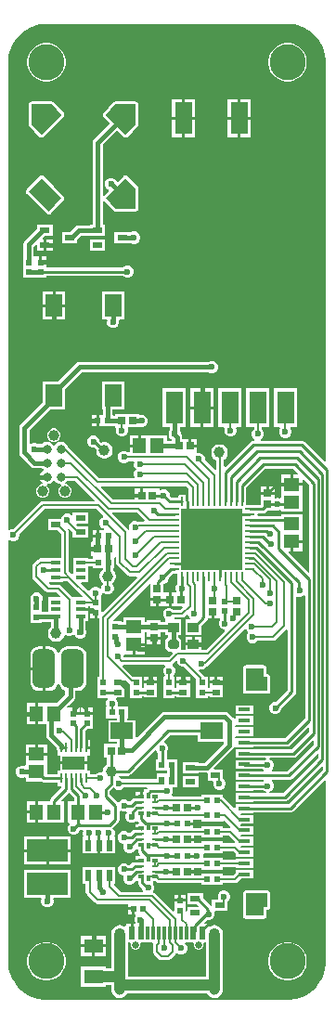
<source format=gbr>
%TF.GenerationSoftware,Altium Limited,Altium Designer,24.3.1 (35)*%
G04 Layer_Physical_Order=1*
G04 Layer_Color=255*
%FSLAX45Y45*%
%MOMM*%
%TF.SameCoordinates,F890BB90-1D0F-4F84-9AE3-556F965AF49A*%
%TF.FilePolarity,Positive*%
%TF.FileFunction,Copper,L1,Top,Signal*%
%TF.Part,Single*%
G01*
G75*
%TA.AperFunction,SMDPad,CuDef*%
%ADD10R,0.55000X0.55000*%
%ADD11R,0.35000X0.63000*%
%ADD12R,0.57500X0.30000*%
%ADD13R,0.57500X0.25000*%
%ADD14R,0.25000X0.95000*%
%ADD15R,2.00000X1.19000*%
%ADD16R,0.85000X0.40000*%
%ADD17R,0.90000X0.50000*%
%ADD18R,1.30000X1.45000*%
%ADD19R,3.80000X2.03000*%
%ADD20C,1.00000*%
%ADD21R,0.60000X1.00000*%
%ADD22R,1.80000X1.30000*%
%ADD23R,1.45000X1.30000*%
%ADD24R,0.55000X0.55000*%
%ADD25R,0.50000X0.70000*%
%TA.AperFunction,ConnectorPad*%
%ADD26R,0.60000X1.15000*%
%ADD27R,0.30000X1.15000*%
%TA.AperFunction,SMDPad,CuDef*%
%ADD28R,2.00000X1.50000*%
%ADD29R,0.70000X0.50000*%
%ADD30R,0.72000X0.72000*%
%ADD31R,1.00000X1.00000*%
%TA.AperFunction,BGAPad,CuDef*%
%ADD32C,0.80000*%
%TA.AperFunction,SMDPad,CuDef*%
G04:AMPARAMS|DCode=33|XSize=3.5mm|YSize=2mm|CornerRadius=0.5mm|HoleSize=0mm|Usage=FLASHONLY|Rotation=270.000|XOffset=0mm|YOffset=0mm|HoleType=Round|Shape=RoundedRectangle|*
%AMROUNDEDRECTD33*
21,1,3.50000,1.00000,0,0,270.0*
21,1,2.50001,2.00000,0,0,270.0*
1,1,1.00000,-0.50000,-1.25000*
1,1,1.00000,-0.50000,1.25000*
1,1,1.00000,0.50000,1.25000*
1,1,1.00000,0.50000,-1.25000*
%
%ADD33ROUNDEDRECTD33*%
%ADD34R,1.10000X0.30000*%
%ADD35R,0.50000X0.50000*%
%ADD36R,1.50000X2.00000*%
G04:AMPARAMS|DCode=37|XSize=0.9mm|YSize=1mm|CornerRadius=0mm|HoleSize=0mm|Usage=FLASHONLY|Rotation=90.000|XOffset=0mm|YOffset=0mm|HoleType=Round|Shape=Octagon|*
%AMOCTAGOND37*
4,1,8,-0.50000,-0.22500,-0.50000,0.22500,-0.27500,0.45000,0.27500,0.45000,0.50000,0.22500,0.50000,-0.22500,0.27500,-0.45000,-0.27500,-0.45000,-0.50000,-0.22500,0.0*
%
%ADD37OCTAGOND37*%

%ADD38R,1.00000X0.90000*%
%ADD39O,0.25000X0.85000*%
%ADD40O,0.85000X0.25000*%
%ADD41R,5.60000X5.60000*%
%ADD42R,0.72000X0.72000*%
%ADD43R,1.60000X3.00000*%
%TA.AperFunction,Conductor*%
%ADD44C,0.20000*%
%ADD45C,0.25000*%
%ADD46C,0.40000*%
%ADD47C,1.00000*%
%TA.AperFunction,WasherPad*%
%ADD48C,3.30000*%
%TA.AperFunction,ComponentPad*%
%ADD49C,0.65000*%
G04:AMPARAMS|DCode=50|XSize=1mm|YSize=2.1mm|CornerRadius=0.5mm|HoleSize=0mm|Usage=FLASHONLY|Rotation=0.000|XOffset=0mm|YOffset=0mm|HoleType=Round|Shape=RoundedRectangle|*
%AMROUNDEDRECTD50*
21,1,1.00000,1.10000,0,0,0.0*
21,1,0.00000,2.10000,0,0,0.0*
1,1,1.00000,0.00000,-0.55000*
1,1,1.00000,0.00000,-0.55000*
1,1,1.00000,0.00000,0.55000*
1,1,1.00000,0.00000,0.55000*
%
%ADD50ROUNDEDRECTD50*%
G04:AMPARAMS|DCode=51|XSize=1mm|YSize=1.8mm|CornerRadius=0.5mm|HoleSize=0mm|Usage=FLASHONLY|Rotation=0.000|XOffset=0mm|YOffset=0mm|HoleType=Round|Shape=RoundedRectangle|*
%AMROUNDEDRECTD51*
21,1,1.00000,0.80000,0,0,0.0*
21,1,0.00000,1.80000,0,0,0.0*
1,1,1.00000,0.00000,-0.40000*
1,1,1.00000,0.00000,-0.40000*
1,1,1.00000,0.00000,0.40000*
1,1,1.00000,0.00000,0.40000*
%
%ADD51ROUNDEDRECTD51*%
%ADD52C,1.00000*%
%TA.AperFunction,ViaPad*%
%ADD53C,0.60000*%
G36*
X8240000Y14949020D02*
X8262876D01*
X8308237Y14943050D01*
X8352429Y14931207D01*
X8394699Y14913699D01*
X8434323Y14890823D01*
X8470620Y14862971D01*
X8502971Y14830620D01*
X8530823Y14794324D01*
X8553699Y14754700D01*
X8571208Y14712430D01*
X8583049Y14668237D01*
X8589021Y14622874D01*
X8589022Y14600000D01*
Y10962221D01*
X8577288Y10957361D01*
X8397325Y11137324D01*
X8384788Y11145701D01*
X8370000Y11148642D01*
X7999823D01*
X7997297Y11161342D01*
X8001382Y11163034D01*
X8016966Y11178618D01*
X8025400Y11198980D01*
Y11221020D01*
X8016966Y11241381D01*
X8006093Y11252254D01*
Y11274600D01*
X8073400D01*
Y11625400D01*
X7862600D01*
Y11274600D01*
X7933907D01*
Y11252254D01*
X7923034Y11241381D01*
X7914600Y11221020D01*
Y11198980D01*
X7923034Y11178618D01*
X7936753Y11164900D01*
X7936524Y11155624D01*
X7935140Y11150729D01*
X7930000Y11148642D01*
X7915212Y11145701D01*
X7902676Y11137324D01*
X7673783Y10908432D01*
X7662050Y10913292D01*
Y10977213D01*
X7666297Y10979665D01*
X7680335Y10993703D01*
X7690262Y11010897D01*
X7695400Y11030073D01*
Y11049927D01*
X7690262Y11069103D01*
X7680335Y11086297D01*
X7666297Y11100335D01*
X7649103Y11110262D01*
X7629927Y11115400D01*
X7610073D01*
X7590897Y11110262D01*
X7573703Y11100335D01*
X7559665Y11086297D01*
X7549738Y11069103D01*
X7544600Y11049927D01*
Y11030073D01*
X7549738Y11010897D01*
X7559665Y10993703D01*
X7573703Y10979665D01*
X7589863Y10970335D01*
Y10887774D01*
X7578130Y10882914D01*
X7486645Y10974399D01*
Y10992264D01*
X7478211Y11012626D01*
X7462626Y11028210D01*
X7442265Y11036644D01*
X7423290D01*
X7419710Y11037233D01*
X7411400Y11046735D01*
Y11087300D01*
X7350000D01*
Y11100000D01*
X7337300D01*
Y11161400D01*
X7280289D01*
Y11180587D01*
X7280289Y11180588D01*
X7276766Y11198302D01*
X7266731Y11213320D01*
X7266731Y11213320D01*
X7265400Y11214651D01*
Y11221020D01*
X7256966Y11241381D01*
X7256290Y11242058D01*
Y11274600D01*
X7311400D01*
Y11625400D01*
X7100600D01*
Y11274600D01*
X7163711D01*
Y11242058D01*
X7163034Y11241381D01*
X7154600Y11221020D01*
Y11198980D01*
X7163034Y11178618D01*
X7178619Y11163034D01*
X7187710Y11159268D01*
Y11146289D01*
X7140400D01*
Y11197900D01*
X6902700D01*
Y11100000D01*
X6890000D01*
Y11087300D01*
X6799600D01*
Y11046708D01*
X6786900Y11041447D01*
X6781381Y11046966D01*
X6761020Y11055400D01*
X6738980D01*
X6718619Y11046966D01*
X6703034Y11031382D01*
X6694600Y11011020D01*
Y10988980D01*
X6703034Y10968619D01*
X6718619Y10953034D01*
X6738980Y10944600D01*
X6761020D01*
X6781381Y10953034D01*
X6789754Y10961407D01*
X6835345D01*
X6842401Y10950847D01*
X6839200Y10943120D01*
Y10921080D01*
X6847634Y10900719D01*
X6860725Y10887628D01*
X6847634Y10874537D01*
X6839200Y10854175D01*
Y10832136D01*
X6844727Y10818794D01*
X6836721Y10806093D01*
X6524950D01*
X6244002Y11087042D01*
X6236014Y11092379D01*
X6234443Y11098243D01*
X6225833Y11113157D01*
X6213657Y11125333D01*
X6198744Y11133943D01*
X6182110Y11138400D01*
X6164890D01*
X6148256Y11133943D01*
X6133343Y11125333D01*
X6121167Y11113157D01*
X6117332Y11106515D01*
X6102667D01*
X6098833Y11113157D01*
X6086657Y11125333D01*
X6071744Y11133943D01*
X6055110Y11138400D01*
X6037890D01*
X6021256Y11133943D01*
X6006343Y11125333D01*
X5998800Y11117789D01*
X5959393D01*
X5941020Y11125400D01*
X5918980D01*
X5898619Y11116966D01*
X5898023Y11116370D01*
X5886289Y11121230D01*
Y11245826D01*
X6075063Y11434600D01*
X6210400D01*
Y11619936D01*
X6364174Y11773711D01*
X7517942D01*
X7518618Y11773034D01*
X7538980Y11764600D01*
X7561020D01*
X7581381Y11773034D01*
X7596966Y11788619D01*
X7605400Y11808980D01*
Y11831020D01*
X7596966Y11851381D01*
X7581381Y11866966D01*
X7561020Y11875400D01*
X7538980D01*
X7518618Y11866966D01*
X7517942Y11866289D01*
X6345001D01*
X6345000Y11866290D01*
X6327286Y11862766D01*
X6312268Y11852732D01*
X6312268Y11852731D01*
X6144937Y11685400D01*
X6009600D01*
Y11500063D01*
X5807268Y11297732D01*
X5797234Y11282714D01*
X5793710Y11265000D01*
X5793711Y11264999D01*
Y11040001D01*
X5793710Y11040000D01*
X5797234Y11022286D01*
X5807268Y11007268D01*
X5901268Y10913269D01*
X5901268Y10913268D01*
X5916286Y10903234D01*
X5934000Y10899710D01*
X5934001Y10899710D01*
X6000300D01*
X6006343Y10893667D01*
X6012985Y10889832D01*
Y10875167D01*
X6006343Y10871333D01*
X5994167Y10859157D01*
X5985557Y10844243D01*
X5982196Y10831700D01*
X6046500D01*
Y10806300D01*
X5982196D01*
X5985557Y10793756D01*
X5994167Y10778843D01*
X6006343Y10766667D01*
X6009750Y10764700D01*
X6006348Y10752000D01*
X5996565D01*
X5974513Y10742865D01*
X5957635Y10725987D01*
X5948500Y10703935D01*
Y10680065D01*
X5957635Y10658013D01*
X5974513Y10641134D01*
X5996565Y10632000D01*
X6020435D01*
X6042487Y10641134D01*
X6059366Y10658013D01*
X6068500Y10680065D01*
Y10703935D01*
X6059366Y10725987D01*
X6044453Y10740900D01*
X6046487Y10750193D01*
X6048346Y10753600D01*
X6055110D01*
X6071744Y10758057D01*
X6086657Y10766667D01*
X6098833Y10778843D01*
X6102667Y10785485D01*
X6117332D01*
X6121167Y10778843D01*
X6133343Y10766667D01*
X6148256Y10758057D01*
X6164890Y10753600D01*
X6171654D01*
X6173513Y10750193D01*
X6175547Y10740900D01*
X6160634Y10725987D01*
X6151500Y10703935D01*
Y10680065D01*
X6160634Y10658013D01*
X6177513Y10641134D01*
X6199565Y10632000D01*
X6223435D01*
X6245487Y10641134D01*
X6262365Y10658013D01*
X6271500Y10680065D01*
Y10703935D01*
X6262365Y10725987D01*
X6245487Y10742865D01*
X6223435Y10752000D01*
X6213652D01*
X6210249Y10764700D01*
X6213657Y10766667D01*
X6225833Y10778843D01*
X6228179Y10782907D01*
X6306050D01*
X6481130Y10607827D01*
X6476269Y10596093D01*
X6010000D01*
X5996188Y10593346D01*
X5984478Y10585522D01*
X5744356Y10345400D01*
X5728980D01*
X5708619Y10336966D01*
X5703678Y10332025D01*
X5690978Y10337286D01*
X5690977Y14600000D01*
Y14622876D01*
X5696949Y14668237D01*
X5708790Y14712428D01*
X5726299Y14754700D01*
X5749176Y14794324D01*
X5777028Y14830620D01*
X5809378Y14862971D01*
X5845676Y14890823D01*
X5885299Y14913699D01*
X5927569Y14931207D01*
X5971761Y14943050D01*
X6017123Y14949020D01*
X6039999Y14949022D01*
X8240000Y14949020D01*
D02*
G37*
G36*
X7338907Y10710049D02*
Y10668386D01*
X7337701Y10667396D01*
Y10629275D01*
X7336353Y10622500D01*
Y10592500D01*
X7313648D01*
Y10622500D01*
X7312301Y10629276D01*
Y10658616D01*
X7310212Y10658201D01*
X7300000Y10651377D01*
X7289788Y10658201D01*
X7275000Y10661143D01*
X7260212Y10658201D01*
X7247676Y10649825D01*
X7239299Y10637288D01*
X7238077Y10631142D01*
X7183506D01*
X7165400Y10649249D01*
Y10661020D01*
X7156966Y10681381D01*
X7141381Y10696966D01*
X7121020Y10705400D01*
X7098980D01*
X7084100Y10699236D01*
X7071400Y10706341D01*
Y10711400D01*
X6922700D01*
Y10650001D01*
X6910000D01*
Y10637301D01*
X6848600D01*
Y10616093D01*
X6644951D01*
X6538871Y10722173D01*
X6543731Y10733907D01*
X7315049D01*
X7338907Y10710049D01*
D02*
G37*
G36*
X8333219Y10852133D02*
X8328358Y10840400D01*
X8292700D01*
Y10762700D01*
X8377900D01*
Y10790858D01*
X8389633Y10795719D01*
X8441358Y10743994D01*
Y9949885D01*
X8429624Y9945024D01*
X8246782Y10127867D01*
X8251642Y10139600D01*
X8267299D01*
Y10230001D01*
X8279999D01*
Y10242701D01*
X8377900D01*
Y10299600D01*
Y10480400D01*
X8182100D01*
Y10463643D01*
X7968893D01*
X7960836Y10473460D01*
X7961143Y10475000D01*
X7960836Y10476540D01*
X7968893Y10486358D01*
X8015000D01*
X8029788Y10489299D01*
X8042324Y10497676D01*
X8053249Y10508600D01*
X8121400D01*
Y10510452D01*
X8131960Y10517508D01*
X8138980Y10514600D01*
X8161020D01*
X8169400Y10518071D01*
X8182100Y10509586D01*
Y10499600D01*
X8377900D01*
Y10659600D01*
Y10737300D01*
X8182100D01*
Y10659600D01*
Y10630415D01*
X8169400Y10621929D01*
X8161020Y10625400D01*
X8138980D01*
X8131960Y10622492D01*
X8121400Y10629548D01*
Y10657300D01*
X7998600D01*
Y10608600D01*
Y10563642D01*
X7863642D01*
Y10622500D01*
Y10718994D01*
X8036006Y10891358D01*
X8293994D01*
X8333219Y10852133D01*
D02*
G37*
G36*
X6936130Y10422827D02*
X6931269Y10411093D01*
X6875824D01*
X6871159Y10410166D01*
X6862786Y10413633D01*
X6840747D01*
X6820385Y10405199D01*
X6804801Y10389615D01*
X6796367Y10369253D01*
Y10347214D01*
X6799171Y10340443D01*
X6787917Y10334427D01*
X6785522Y10338011D01*
X6641360Y10482173D01*
X6646220Y10493907D01*
X6865050D01*
X6936130Y10422827D01*
D02*
G37*
G36*
X6558823Y10462622D02*
X6556345Y10450166D01*
X6548619Y10446966D01*
X6533034Y10431381D01*
X6524600Y10411020D01*
Y10388980D01*
X6533034Y10368619D01*
X6548619Y10353034D01*
X6566566Y10345600D01*
X6564040Y10332900D01*
X6527700D01*
Y10280000D01*
X6515000D01*
Y10267300D01*
X6462100D01*
Y10227100D01*
X6451761Y10221400D01*
X6448600D01*
Y10172700D01*
X6510000D01*
Y10147300D01*
X6448600D01*
Y10098600D01*
X6451761D01*
X6462100Y10092900D01*
Y10073594D01*
X6420400D01*
Y10080400D01*
X6284600D01*
Y9989600D01*
Y9936979D01*
X6276262Y9932299D01*
X6271900Y9931718D01*
X6246093Y9957525D01*
Y10317500D01*
X6243346Y10331312D01*
X6235522Y10343021D01*
X6244537Y10351919D01*
X6282100Y10314356D01*
Y10264600D01*
X6422900D01*
Y10365400D01*
X6333144D01*
X6315677Y10382867D01*
X6320537Y10394600D01*
X6422900D01*
Y10495400D01*
X6282100D01*
Y10474208D01*
X6269400Y10468947D01*
X6261381Y10476966D01*
X6241020Y10485400D01*
X6218980D01*
X6198619Y10476966D01*
X6183034Y10461381D01*
X6174600Y10441020D01*
Y10430400D01*
X6057100D01*
Y10329600D01*
X6146856D01*
X6173907Y10302549D01*
Y10080400D01*
X6059600D01*
Y10076093D01*
X5990000D01*
X5976187Y10073346D01*
X5964478Y10065522D01*
X5924478Y10025522D01*
X5916654Y10013812D01*
X5913907Y10000000D01*
Y9910000D01*
X5916654Y9896187D01*
X5924478Y9884478D01*
X6034478Y9774478D01*
X6046187Y9766654D01*
X6060000Y9763907D01*
X6135050D01*
X6166823Y9732133D01*
X6161963Y9720400D01*
X6059600D01*
Y9591289D01*
X6002900D01*
Y9682900D01*
X6002900D01*
X6000332Y9686744D01*
X6005400Y9698980D01*
Y9721020D01*
X5996966Y9741381D01*
X5981381Y9756966D01*
X5961020Y9765400D01*
X5938980D01*
X5918619Y9756966D01*
X5903034Y9741381D01*
X5894600Y9721020D01*
Y9698980D01*
X5899668Y9686744D01*
X5897100Y9682900D01*
X5897100D01*
Y9577100D01*
Y9487100D01*
X6002900D01*
Y9498710D01*
X6082461D01*
Y9449092D01*
X6069665Y9436297D01*
X6059738Y9419103D01*
X6054600Y9399927D01*
Y9380073D01*
X6059738Y9360897D01*
X6069665Y9343703D01*
X6083703Y9329665D01*
X6100897Y9319738D01*
X6120073Y9314600D01*
X6139927D01*
X6159103Y9319738D01*
X6176297Y9329665D01*
X6190335Y9343703D01*
X6200262Y9360897D01*
X6202910Y9370782D01*
X6217075Y9374577D01*
X6218618Y9373034D01*
X6238980Y9364600D01*
X6261020D01*
X6281381Y9373034D01*
X6287317Y9378970D01*
X6299773Y9376492D01*
X6303034Y9368619D01*
X6318619Y9353034D01*
X6338980Y9344600D01*
X6361020D01*
X6381381Y9353034D01*
X6396966Y9368619D01*
X6405400Y9388980D01*
Y9411020D01*
X6397539Y9429997D01*
Y9499600D01*
X6420400D01*
Y9564600D01*
Y9597301D01*
X6352499D01*
Y9622701D01*
X6420400D01*
Y9636407D01*
X6437100D01*
Y9592700D01*
X6489999D01*
Y9580000D01*
X6502699D01*
Y9527100D01*
X6523907D01*
Y8997900D01*
X6507100D01*
Y8892100D01*
Y8802100D01*
X6595792D01*
X6601053Y8789400D01*
X6593034Y8781381D01*
X6584600Y8761020D01*
Y8738980D01*
X6589669Y8726744D01*
X6587100Y8722900D01*
X6587100D01*
Y8617100D01*
X6683711D01*
Y8600400D01*
X6604600D01*
Y8399600D01*
X6683711D01*
Y8381400D01*
X6568600D01*
Y8258600D01*
X6591358D01*
Y8194755D01*
X6583703Y8190335D01*
X6569665Y8176297D01*
X6559738Y8159103D01*
X6554600Y8139927D01*
Y8132792D01*
X6542264Y8124155D01*
X6520225D01*
X6499863Y8115721D01*
X6490235Y8106094D01*
X6440400D01*
Y8143400D01*
X6415400D01*
Y8197301D01*
X6290000D01*
X6164600D01*
Y8143400D01*
X6139600D01*
Y8109142D01*
X6047900D01*
Y8199600D01*
Y8277300D01*
X5852100D01*
Y8190415D01*
X5839400Y8181929D01*
X5831020Y8185400D01*
X5808980D01*
X5788619Y8176966D01*
X5773034Y8161381D01*
X5764600Y8141020D01*
Y8118980D01*
X5773034Y8098619D01*
X5788619Y8083034D01*
X5808980Y8074600D01*
X5831020D01*
X5839400Y8078071D01*
X5852100Y8069585D01*
Y8039600D01*
X5995027D01*
X6002213Y8034799D01*
X6017000Y8031857D01*
X6017001Y8031858D01*
X6139600D01*
Y7997600D01*
X6175151D01*
X6180251Y7984900D01*
X6082676Y7887324D01*
X6074299Y7874788D01*
X6071358Y7860000D01*
Y7857900D01*
X5962700D01*
Y7760000D01*
Y7662100D01*
X6200400D01*
Y7857900D01*
X6179142D01*
X6174282Y7869633D01*
X6245000Y7940352D01*
X6291358Y7893994D01*
Y7857900D01*
X6239600D01*
Y7662100D01*
X6245792D01*
X6251053Y7649400D01*
X6243034Y7641381D01*
X6234600Y7621020D01*
Y7598980D01*
X6243034Y7578619D01*
X6258619Y7563034D01*
X6278980Y7554600D01*
X6301020D01*
X6321382Y7563034D01*
X6336966Y7578619D01*
X6345400Y7598980D01*
X6348629Y7601630D01*
X6350000Y7601358D01*
X6371595D01*
X6378650Y7590798D01*
X6374600Y7581020D01*
Y7558980D01*
X6380142Y7545600D01*
X6372159Y7532900D01*
X6369600D01*
Y7382100D01*
X6507300D01*
Y7457500D01*
X6532700D01*
Y7382100D01*
X6670400D01*
Y7532900D01*
X6667841D01*
X6659858Y7545600D01*
X6665400Y7558980D01*
Y7581020D01*
X6656966Y7601382D01*
X6645470Y7612878D01*
X6697324Y7664732D01*
X6705701Y7677269D01*
X6708643Y7692056D01*
X6708642Y7692058D01*
Y7766417D01*
X6721343Y7771906D01*
X6738980Y7764600D01*
X6761020D01*
X6773435Y7769743D01*
X6780629Y7758976D01*
X6773034Y7751382D01*
X6764600Y7731020D01*
Y7708980D01*
X6773034Y7688619D01*
X6788619Y7673034D01*
X6808980Y7664600D01*
X6831020D01*
X6851382Y7673034D01*
X6858690Y7680342D01*
X6859887Y7680682D01*
X6874343Y7678035D01*
X6878926Y7671176D01*
X6886968Y7663134D01*
X6882108Y7651400D01*
X6852100D01*
Y7612039D01*
X6849925Y7599643D01*
X6835137Y7596701D01*
X6822601Y7588324D01*
X6822600Y7588324D01*
X6802919Y7568642D01*
X6789705D01*
X6781381Y7576966D01*
X6761020Y7585400D01*
X6738980D01*
X6718619Y7576966D01*
X6703034Y7561382D01*
X6694600Y7541020D01*
Y7518980D01*
X6703034Y7498619D01*
X6718619Y7483034D01*
X6738980Y7474600D01*
X6741089D01*
X6748145Y7464040D01*
X6744600Y7455482D01*
Y7433442D01*
X6753034Y7413080D01*
X6768619Y7397496D01*
X6788980Y7389062D01*
X6811020D01*
X6831382Y7397496D01*
X6846966Y7413080D01*
X6846968Y7413084D01*
X6847929Y7415065D01*
X6852100Y7420600D01*
X6877896D01*
Y7408500D01*
X6880837Y7393712D01*
X6889214Y7381176D01*
X6897256Y7373133D01*
X6892396Y7361400D01*
X6852100D01*
Y7322038D01*
X6849925Y7309642D01*
X6835137Y7306701D01*
X6822601Y7298324D01*
X6822600Y7298323D01*
X6802919Y7278642D01*
X6789705D01*
X6781381Y7286966D01*
X6761020Y7295400D01*
X6738980D01*
X6718619Y7286966D01*
X6703034Y7271381D01*
X6694600Y7251020D01*
Y7228980D01*
X6703034Y7208619D01*
X6718619Y7193034D01*
X6738980Y7184600D01*
X6741089D01*
X6748145Y7174040D01*
X6744600Y7165481D01*
Y7143442D01*
X6753034Y7123080D01*
X6768619Y7107496D01*
X6788980Y7099062D01*
X6811020D01*
X6831382Y7107496D01*
X6846966Y7123080D01*
X6846968Y7123084D01*
X6847929Y7125065D01*
X6852100Y7130600D01*
X6877896D01*
Y7118500D01*
X6880837Y7103712D01*
X6889214Y7091176D01*
X6914600Y7065789D01*
Y7058980D01*
X6921056Y7043394D01*
X6914366Y7030694D01*
X6720350D01*
X6656643Y7094400D01*
X6661904Y7107100D01*
X6670400D01*
Y7257900D01*
X6369600D01*
Y7107100D01*
X6399691D01*
Y7034216D01*
X6402439Y7020403D01*
X6410263Y7008694D01*
X6484478Y6934478D01*
X6496188Y6926654D01*
X6510000Y6923907D01*
X6782100D01*
Y6892700D01*
X6835000D01*
Y6880000D01*
X6847700D01*
Y6827100D01*
X6850792D01*
X6856053Y6814400D01*
X6853034Y6811381D01*
X6844600Y6791020D01*
Y6768980D01*
X6851178Y6753101D01*
X6845424Y6741891D01*
X6843738Y6740400D01*
X6834700D01*
Y6657500D01*
X6809300D01*
Y6740400D01*
X6766600D01*
Y6722617D01*
X6753900Y6716354D01*
X6748025Y6720862D01*
X6729684Y6728459D01*
X6710000Y6731051D01*
X6690317Y6728459D01*
X6671975Y6720862D01*
X6656224Y6708776D01*
X6644138Y6693025D01*
X6636541Y6674684D01*
X6633949Y6655000D01*
Y6545000D01*
Y6336051D01*
X6585400D01*
Y6350400D01*
X6354600D01*
Y6169600D01*
X6585400D01*
Y6183949D01*
X6633949D01*
Y6142000D01*
X6636541Y6122317D01*
X6644138Y6103975D01*
X6656224Y6088225D01*
X6671975Y6076139D01*
X6690317Y6068541D01*
X6710000Y6065950D01*
X6729684Y6068541D01*
X6748025Y6076139D01*
X6763776Y6088225D01*
X6775862Y6103975D01*
X6776680Y6105950D01*
X7507320D01*
X7508138Y6103975D01*
X7520224Y6088225D01*
X7535975Y6076139D01*
X7554316Y6068541D01*
X7574000Y6065950D01*
X7593683Y6068541D01*
X7612025Y6076139D01*
X7627776Y6088225D01*
X7639862Y6103975D01*
X7647459Y6122317D01*
X7650050Y6142000D01*
Y6222000D01*
Y6600000D01*
Y6655000D01*
X7647459Y6674684D01*
X7639862Y6693025D01*
X7627776Y6708776D01*
X7612025Y6720862D01*
X7593683Y6728459D01*
X7574000Y6731051D01*
X7554316Y6728459D01*
X7535975Y6720862D01*
X7530100Y6716354D01*
X7517400Y6722617D01*
Y6740400D01*
X7482680D01*
X7477820Y6752134D01*
X7502833Y6777146D01*
X7508980Y6774600D01*
X7531020D01*
X7551381Y6783034D01*
X7566966Y6798619D01*
X7575400Y6818980D01*
Y6841020D01*
X7572078Y6849040D01*
X7579134Y6859600D01*
X7692900D01*
Y6921513D01*
X7693594Y6925000D01*
Y6945246D01*
X7706966Y6958619D01*
X7715400Y6978980D01*
Y7001020D01*
X7706966Y7021381D01*
X7691381Y7036966D01*
X7671020Y7045400D01*
X7648980D01*
X7628618Y7036966D01*
X7613034Y7021381D01*
X7604600Y7001020D01*
Y6978980D01*
X7607922Y6970960D01*
X7600866Y6960400D01*
X7552100D01*
Y6913009D01*
X7539400Y6907749D01*
X7467900Y6979249D01*
Y7025400D01*
X7327100D01*
Y6924600D01*
X7413252D01*
X7430718Y6907133D01*
X7425858Y6895400D01*
X7327100D01*
Y6859910D01*
X7314400Y6855101D01*
X7312900Y6856798D01*
Y6902100D01*
Y6942300D01*
X7207100D01*
Y6902100D01*
Y6860537D01*
X7195367Y6855677D01*
X7030922Y7020122D01*
X7022235Y7025927D01*
X7018596Y7034691D01*
X7018008Y7041135D01*
X7025400Y7058980D01*
Y7081020D01*
X7016966Y7101382D01*
X7012900Y7105448D01*
Y7130600D01*
X7036856D01*
X7042978Y7124478D01*
X7054688Y7116654D01*
X7068500Y7113907D01*
X7457100D01*
Y7097100D01*
X7652900D01*
Y7113907D01*
X7760000D01*
X7773812Y7116654D01*
X7785522Y7124478D01*
X7815644Y7154600D01*
X7925400D01*
Y7235400D01*
X7764600D01*
Y7205644D01*
X7745050Y7186093D01*
X7652900D01*
Y7202900D01*
X7457100D01*
Y7186093D01*
X7391400D01*
Y7207300D01*
X7330000D01*
Y7232700D01*
X7391400D01*
Y7253906D01*
X7457100D01*
Y7237100D01*
X7652900D01*
Y7256407D01*
X7764600D01*
Y7254600D01*
X7925400D01*
Y7335400D01*
X7764600D01*
Y7328593D01*
X7652900D01*
Y7342900D01*
X7477240D01*
X7470184Y7353460D01*
X7470400Y7353980D01*
Y7376020D01*
X7470184Y7376540D01*
X7477240Y7387100D01*
X7652900D01*
Y7403907D01*
X7745049D01*
X7764600Y7384356D01*
Y7354600D01*
X7925400D01*
Y7435400D01*
X7817304D01*
X7811625Y7442484D01*
X7816963Y7454600D01*
X7925400D01*
Y7535400D01*
X7817304D01*
X7811624Y7542485D01*
X7816961Y7554600D01*
X7925400D01*
Y7635400D01*
X7817304D01*
X7811624Y7642485D01*
X7816961Y7654600D01*
X7925400D01*
Y7735400D01*
X7817304D01*
X7811624Y7742485D01*
X7816961Y7754600D01*
X7925400D01*
Y7756358D01*
X8265000D01*
X8279788Y7759299D01*
X8292324Y7767676D01*
X8577288Y8052640D01*
X8589021Y8047779D01*
Y6400000D01*
Y6377124D01*
X8583049Y6331762D01*
X8571208Y6287571D01*
X8553699Y6245301D01*
X8530823Y6205677D01*
X8502971Y6169380D01*
X8470620Y6137029D01*
X8434323Y6109177D01*
X8394699Y6086300D01*
X8352430Y6068792D01*
X8308237Y6056950D01*
X8262876Y6050979D01*
X8240000Y6050978D01*
X6040000Y6050979D01*
X6017124D01*
X5971762Y6056950D01*
X5927571Y6068791D01*
X5885301Y6086301D01*
X5845677Y6109177D01*
X5809380Y6137029D01*
X5777029Y6169380D01*
X5749177Y6205677D01*
X5726300Y6245301D01*
X5708791Y6287570D01*
X5696950Y6331762D01*
X5690978Y6377124D01*
X5690978Y6400000D01*
X5690978Y10242714D01*
X5703678Y10247975D01*
X5708619Y10243034D01*
X5728980Y10234600D01*
X5751020D01*
X5771381Y10243034D01*
X5786966Y10258619D01*
X5795400Y10278980D01*
Y10294356D01*
X6024950Y10523907D01*
X6497539D01*
X6558823Y10462622D01*
D02*
G37*
G36*
X6462100Y9987100D02*
X6556211D01*
Y9971783D01*
X6553703Y9970335D01*
X6539665Y9956297D01*
X6529738Y9939103D01*
X6524600Y9919927D01*
Y9900073D01*
X6529738Y9880897D01*
X6539665Y9863703D01*
X6553703Y9849665D01*
X6555573Y9833920D01*
X6553034Y9831381D01*
X6544600Y9811020D01*
Y9801708D01*
X6531900Y9796447D01*
X6521381Y9806966D01*
X6501020Y9815400D01*
X6478980D01*
X6458619Y9806966D01*
X6443034Y9791381D01*
X6439274Y9782305D01*
X6424293Y9779325D01*
X6355751Y9847867D01*
X6360611Y9859600D01*
X6420400D01*
Y9924600D01*
Y10001407D01*
X6462100D01*
Y9987100D01*
D02*
G37*
G36*
X6673852Y10087192D02*
X6673907Y10086938D01*
Y10040000D01*
X6676654Y10026188D01*
X6684478Y10014478D01*
X6775194Y9923762D01*
X6786904Y9915939D01*
X6800716Y9913191D01*
X6865553D01*
X6870414Y9901458D01*
X6554633Y9585677D01*
X6542900Y9590537D01*
Y9722899D01*
X6542900Y9722900D01*
X6542900D01*
X6539858Y9735600D01*
X6545400Y9748980D01*
Y9758292D01*
X6558100Y9763553D01*
X6568619Y9753034D01*
X6588980Y9744600D01*
X6611020D01*
X6631381Y9753034D01*
X6646966Y9768619D01*
X6655400Y9788980D01*
Y9811020D01*
X6646966Y9831381D01*
X6644427Y9833920D01*
X6646297Y9849665D01*
X6660335Y9863703D01*
X6670262Y9880897D01*
X6675400Y9900073D01*
Y9919927D01*
X6670262Y9939103D01*
X6660335Y9956297D01*
X6648790Y9967842D01*
Y9987100D01*
X6657900D01*
Y10080505D01*
X6670600Y10088674D01*
X6673852Y10087192D01*
D02*
G37*
G36*
X8401358Y9735050D02*
Y8616006D01*
X8218993Y8433642D01*
X7925400D01*
Y8435400D01*
X7764600D01*
X7756290Y8444658D01*
Y8445342D01*
X7764600Y8454600D01*
X7768990Y8454600D01*
X7925400D01*
Y8535400D01*
X7768990D01*
X7764600Y8535400D01*
X7756290Y8544658D01*
Y8545342D01*
X7764600Y8554600D01*
X7768990Y8554600D01*
X7925400D01*
Y8635400D01*
X7764600D01*
Y8617900D01*
X7762365Y8616208D01*
X7745152Y8619109D01*
X7742732Y8622732D01*
X7742731Y8622732D01*
X7702732Y8662732D01*
X7687714Y8672766D01*
X7670000Y8676290D01*
X7669999Y8676289D01*
X7120001D01*
X7120000Y8676290D01*
X7102286Y8672766D01*
X7087268Y8662732D01*
X7087268Y8662731D01*
X6867133Y8442597D01*
X6855400Y8447457D01*
Y8600400D01*
X6776289D01*
Y8617100D01*
X6782900D01*
Y8722900D01*
X6700169D01*
X6693113Y8733460D01*
X6695400Y8738980D01*
Y8761020D01*
X6686966Y8781381D01*
X6676447Y8791900D01*
X6681708Y8804600D01*
X6750400D01*
Y8894600D01*
Y8932300D01*
X6690000D01*
Y8957700D01*
X6750400D01*
Y8959473D01*
X6762133Y8964334D01*
X6792020Y8934447D01*
X6803730Y8926623D01*
X6807100Y8925952D01*
Y8802100D01*
X6912900D01*
Y8816358D01*
X6929600D01*
Y8804600D01*
X7050400D01*
Y8894600D01*
Y8932300D01*
X6989999D01*
X6929600D01*
Y8893642D01*
X6912900D01*
Y8997900D01*
X6830655D01*
X6737348Y9091207D01*
X6742609Y9103907D01*
X7117599D01*
X7122859Y9091207D01*
X7113034Y9081381D01*
X7104600Y9061020D01*
Y9038980D01*
X7113034Y9018618D01*
X7121053Y9010600D01*
X7117016Y8997900D01*
X7107100D01*
Y8892100D01*
Y8802100D01*
X7212900D01*
Y8816358D01*
X7229600D01*
Y8804600D01*
X7350400D01*
Y8894600D01*
Y8932300D01*
X7290000D01*
X7229600D01*
Y8893642D01*
X7212900D01*
Y8997900D01*
X7202984D01*
X7198947Y9010600D01*
X7206966Y9018618D01*
X7215400Y9038980D01*
Y9061020D01*
X7206966Y9081381D01*
X7191382Y9096966D01*
X7190458Y9111095D01*
X7195522Y9114478D01*
X7221900Y9140856D01*
X7234600Y9135595D01*
Y9128980D01*
X7243034Y9108619D01*
X7258618Y9093034D01*
X7278980Y9084600D01*
X7296845D01*
X7407100Y8974345D01*
Y8892100D01*
Y8802100D01*
X7512900D01*
Y8818907D01*
X7529600D01*
Y8804600D01*
X7650400D01*
Y8894600D01*
Y8932300D01*
X7590000D01*
X7529600D01*
Y8891093D01*
X7512900D01*
Y8997900D01*
X7479048D01*
X7478377Y9001270D01*
X7470553Y9012980D01*
X7431979Y9051554D01*
X7439173Y9062320D01*
X7442735Y9060845D01*
X7464775D01*
X7485137Y9069279D01*
X7500721Y9084863D01*
X7502129Y9088263D01*
X7506238Y9089080D01*
X7517948Y9096904D01*
X7850846Y9429802D01*
X7865827Y9426822D01*
X7869126Y9418858D01*
X7877083Y9410902D01*
X7877643Y9393501D01*
X7874279Y9390137D01*
X7865845Y9369775D01*
Y9347735D01*
X7874279Y9327374D01*
X7889863Y9311789D01*
X7910225Y9303355D01*
X7932264D01*
X7952626Y9311789D01*
X7963498Y9322662D01*
X8108755D01*
X8122567Y9325409D01*
X8134277Y9333233D01*
X8228658Y9427614D01*
X8241358Y9422353D01*
Y8876006D01*
X8130751Y8765400D01*
X8118980D01*
X8098619Y8756966D01*
X8083034Y8741382D01*
X8074600Y8721020D01*
Y8698980D01*
X8083034Y8678619D01*
X8098619Y8663034D01*
X8118980Y8654600D01*
X8141020D01*
X8161381Y8663034D01*
X8176966Y8678619D01*
X8185400Y8698980D01*
Y8710751D01*
X8307324Y8832676D01*
X8315701Y8845212D01*
X8318642Y8860000D01*
Y9721594D01*
X8329202Y9728650D01*
X8338980Y9724600D01*
X8361020D01*
X8381382Y9733034D01*
X8388658Y9740310D01*
X8401358Y9735050D01*
D02*
G37*
G36*
X6369397Y9732133D02*
X6364537Y9720400D01*
X6284600D01*
X6274461Y9726583D01*
X6175522Y9825522D01*
X6163813Y9833346D01*
X6150000Y9836093D01*
X6074950D01*
X6064143Y9846900D01*
X6069404Y9859600D01*
X6195400D01*
Y9868907D01*
X6232624D01*
X6369397Y9732133D01*
D02*
G37*
G36*
X7236358Y9839705D02*
X7227522Y9830869D01*
X7219088Y9810507D01*
Y9788468D01*
X7225039Y9774100D01*
X7217657Y9761439D01*
X7217599Y9761400D01*
X7182700D01*
Y9700000D01*
Y9638600D01*
X7280963D01*
X7285823Y9626867D01*
X7265049Y9606093D01*
X7202254D01*
X7191381Y9616966D01*
X7171020Y9625400D01*
X7148980D01*
X7128618Y9616966D01*
X7113034Y9601381D01*
X7104600Y9581020D01*
Y9558980D01*
X7113034Y9538618D01*
X7121362Y9530290D01*
X7122092Y9517893D01*
X7122092Y9517892D01*
X7122092Y9517892D01*
Y9495036D01*
X7081400D01*
Y9511400D01*
X6958600D01*
Y9495036D01*
X6937900D01*
Y9540400D01*
X6742100D01*
Y9495036D01*
X6722900D01*
Y9502900D01*
X6651904D01*
X6646644Y9515600D01*
X6976867Y9845823D01*
X6988600Y9840963D01*
Y9738600D01*
Y9712700D01*
X7050000D01*
Y9700000D01*
X7062700D01*
Y9638600D01*
X7111400D01*
Y9638600D01*
X7157300D01*
Y9700000D01*
Y9761400D01*
X7111400D01*
Y9844758D01*
X7131381Y9853034D01*
X7146966Y9868619D01*
X7155400Y9888980D01*
Y9898251D01*
X7193506Y9936358D01*
X7236358D01*
Y9839705D01*
D02*
G37*
G36*
X7572700Y9528600D02*
X7621400D01*
X7621936Y9528244D01*
X7623563Y9511911D01*
X7623034Y9511382D01*
X7614600Y9491020D01*
Y9468980D01*
X7623034Y9448619D01*
X7638618Y9433034D01*
X7658980Y9424600D01*
X7665596D01*
X7670856Y9411900D01*
X7500450Y9241493D01*
X7457892D01*
Y9279793D01*
X7382491D01*
X7307092D01*
Y9241493D01*
X7273686D01*
X7268826Y9253227D01*
X7272892Y9257293D01*
Y9327693D01*
X7243782Y9356803D01*
Y9377093D01*
X7272892D01*
Y9517893D01*
X7215888D01*
X7209100Y9530593D01*
X7211314Y9533907D01*
X7280000D01*
X7293812Y9536654D01*
X7305522Y9544478D01*
X7322867Y9561823D01*
X7335591Y9556587D01*
X7343034Y9538618D01*
X7351060Y9530593D01*
X7345799Y9517893D01*
X7307092D01*
Y9377093D01*
X7457892D01*
Y9463244D01*
X7502324Y9507676D01*
X7502325Y9507677D01*
X7510701Y9520213D01*
X7512369Y9528600D01*
X7547300D01*
Y9589999D01*
X7572700D01*
Y9528600D01*
D02*
G37*
G36*
X7122092Y9377093D02*
X7151203D01*
Y9356803D01*
X7122092Y9327693D01*
Y9257293D01*
X7157292Y9222093D01*
X7184456D01*
X7189316Y9210360D01*
X7155050Y9176093D01*
X6746671D01*
X6745400Y9188794D01*
X6745400Y9191020D01*
X6755592Y9199600D01*
X6827301D01*
Y9290000D01*
X6840001D01*
Y9302700D01*
X6937900D01*
Y9359600D01*
Y9402457D01*
X6958600D01*
Y9362700D01*
X7020000D01*
X7081400D01*
Y9402457D01*
X7122092D01*
Y9377093D01*
D02*
G37*
G36*
X8441358Y8530116D02*
Y8496006D01*
X8278994Y8333642D01*
X7925400D01*
Y8335400D01*
X7764600D01*
Y8254600D01*
X7925400D01*
Y8256358D01*
X8042248D01*
X8044774Y8243658D01*
X8028618Y8236966D01*
X8022795Y8231142D01*
X7925400D01*
Y8235400D01*
X7764600D01*
Y8154600D01*
X7843768D01*
X7847500Y8153857D01*
X7847501Y8153858D01*
X8016279D01*
X8023325Y8145227D01*
X8018707Y8133642D01*
X7925400D01*
Y8135400D01*
X7764600D01*
Y8054600D01*
X7925400D01*
Y8056358D01*
X8018706D01*
X8023325Y8044773D01*
X8016279Y8036142D01*
X7847501D01*
X7847500Y8036142D01*
X7843768Y8035400D01*
X7764600D01*
Y7954600D01*
X7925400D01*
Y7958857D01*
X8022795D01*
X8028618Y7953034D01*
X8044774Y7946342D01*
X8042248Y7933642D01*
X7925400D01*
Y7935400D01*
X7764600D01*
Y7854600D01*
X7925400D01*
Y7856358D01*
X8215000D01*
X8229788Y7859299D01*
X8242324Y7867676D01*
X8549625Y8174976D01*
X8561358Y8170116D01*
Y8146007D01*
X8248993Y7833642D01*
X7925400D01*
Y7835400D01*
X7764600D01*
Y7803037D01*
X7752867Y7798177D01*
X7669236Y7881808D01*
X7669235Y7881809D01*
X7655522Y7895522D01*
X7652900Y7897274D01*
Y7922900D01*
X7457100D01*
Y7906093D01*
X7191034D01*
X7186174Y7917827D01*
X7186966Y7918619D01*
X7195400Y7938980D01*
Y7961020D01*
X7188822Y7976900D01*
X7195341Y7989600D01*
X7235400D01*
Y8110400D01*
X7231289D01*
Y8137100D01*
X7237900D01*
Y8242900D01*
X7137648D01*
Y8305326D01*
X7143953Y8311631D01*
X7152388Y8331993D01*
Y8354032D01*
X7143953Y8374394D01*
X7128369Y8389978D01*
X7118615Y8394019D01*
X7115636Y8408999D01*
X7167994Y8461358D01*
X7424600D01*
Y8399600D01*
X7658221D01*
X7661437Y8386900D01*
X7485826Y8211290D01*
X7427900D01*
Y8215400D01*
X7287100D01*
Y8114600D01*
X7427900D01*
Y8118711D01*
X7504999D01*
X7505000Y8118710D01*
X7512100Y8112883D01*
Y8049600D01*
X7560867D01*
X7567922Y8039040D01*
X7564600Y8031020D01*
Y8008980D01*
X7573034Y7988619D01*
X7588619Y7973034D01*
X7608980Y7964600D01*
X7631020D01*
X7651381Y7973034D01*
X7666966Y7988619D01*
X7675400Y8008980D01*
Y8031020D01*
X7666966Y8051381D01*
X7653594Y8064753D01*
Y8085000D01*
X7652900Y8088487D01*
Y8150400D01*
X7572457D01*
X7567597Y8162133D01*
X7742732Y8337268D01*
X7752766Y8352286D01*
X7752796Y8352437D01*
X7764600Y8354600D01*
Y8354600D01*
X7925400D01*
Y8356358D01*
X8235000D01*
X8249788Y8359299D01*
X8262324Y8367676D01*
X8429624Y8534976D01*
X8441358Y8530116D01*
D02*
G37*
G36*
X8481358Y8410116D02*
Y8376006D01*
X8238993Y8133642D01*
X8099368D01*
X8094689Y8146342D01*
X8106966Y8158618D01*
X8115400Y8178980D01*
Y8201020D01*
X8106966Y8221381D01*
X8091381Y8236966D01*
X8075226Y8243658D01*
X8077752Y8256358D01*
X8295000D01*
X8309788Y8259299D01*
X8322324Y8267676D01*
X8469624Y8414976D01*
X8481358Y8410116D01*
D02*
G37*
G36*
X7045982Y8321385D02*
X7050022Y8311631D01*
X7060364Y8301289D01*
Y8242900D01*
X7042100D01*
Y8137100D01*
X7138710D01*
Y8110400D01*
X7044600D01*
Y8061093D01*
X6737254D01*
X6731382Y8066966D01*
X6711020Y8075400D01*
X6708190D01*
X6701225Y8088100D01*
X6704495Y8093229D01*
X6783859D01*
X6798647Y8096171D01*
X6811184Y8104547D01*
X7031001Y8324365D01*
X7045982Y8321385D01*
D02*
G37*
G36*
X6963094Y7977410D02*
X6955252Y7968900D01*
X6927100D01*
Y7941400D01*
X6918950D01*
Y7901000D01*
X6893550D01*
Y7941400D01*
X6852100D01*
Y7902039D01*
X6849925Y7889643D01*
X6835137Y7886701D01*
X6822601Y7878324D01*
X6822600Y7878324D01*
X6802919Y7858642D01*
X6789705D01*
X6781381Y7866966D01*
X6761020Y7875400D01*
X6738980D01*
X6718619Y7866966D01*
X6704717Y7853064D01*
X6699899Y7851247D01*
X6689039Y7850781D01*
X6620742Y7919078D01*
Y7950834D01*
X6655780Y7985872D01*
X6668619Y7973034D01*
X6688980Y7964600D01*
X6711020D01*
X6731382Y7973034D01*
X6746966Y7988619D01*
X6747085Y7988906D01*
X6958397D01*
X6963094Y7977410D01*
D02*
G37*
G36*
X8521358Y8290116D02*
Y8256006D01*
X8198994Y7933642D01*
X8077752D01*
X8075226Y7946342D01*
X8091381Y7953034D01*
X8106966Y7968619D01*
X8115400Y7988980D01*
Y8011020D01*
X8106966Y8031381D01*
X8094690Y8043658D01*
X8099369Y8056358D01*
X8255000D01*
X8269788Y8059299D01*
X8282324Y8067676D01*
X8509624Y8294976D01*
X8521358Y8290116D01*
D02*
G37*
G36*
X7457100Y7677100D02*
X7652900D01*
Y7678095D01*
X7665600Y7683356D01*
X7720277Y7628678D01*
X7714902Y7616093D01*
X7652900D01*
Y7632900D01*
X7457100D01*
Y7616093D01*
X7377900D01*
Y7642300D01*
X7325000D01*
Y7667700D01*
X7377900D01*
Y7693907D01*
X7457100D01*
Y7677100D01*
D02*
G37*
G36*
X7760277Y7488679D02*
X7754902Y7476094D01*
X7652900D01*
Y7492900D01*
X7457100D01*
Y7476094D01*
X7391400D01*
Y7497300D01*
X7330000D01*
Y7522700D01*
X7391400D01*
Y7543907D01*
X7457100D01*
Y7527100D01*
X7652900D01*
Y7543907D01*
X7705049D01*
X7760277Y7488679D01*
D02*
G37*
G36*
X7497949Y6545000D02*
Y6258051D01*
X6786051D01*
Y6574600D01*
X6803441D01*
X6811927Y6561900D01*
X6810500Y6558454D01*
Y6541546D01*
X6816970Y6525926D01*
X6828926Y6513970D01*
X6844546Y6507500D01*
X6861454D01*
X6877074Y6513970D01*
X6889030Y6525926D01*
X6895500Y6541546D01*
Y6558454D01*
X6894073Y6561900D01*
X6902559Y6574600D01*
X7009229D01*
X7015836Y6563664D01*
X7016041Y6561900D01*
X7013507Y6549160D01*
Y6490839D01*
X7016254Y6477027D01*
X7024078Y6465318D01*
X7065318Y6424078D01*
X7077027Y6416254D01*
X7090840Y6413507D01*
X7149160D01*
X7162973Y6416254D01*
X7174682Y6424078D01*
X7215922Y6465318D01*
X7220910Y6472782D01*
X7235529Y6476123D01*
X7238618Y6473034D01*
X7258980Y6464600D01*
X7281020D01*
X7301381Y6473034D01*
X7316966Y6488618D01*
X7325400Y6508980D01*
Y6531020D01*
X7316966Y6551381D01*
X7306447Y6561900D01*
X7311707Y6574600D01*
X7381441D01*
X7389927Y6561900D01*
X7388500Y6558454D01*
Y6541546D01*
X7394970Y6525926D01*
X7406925Y6513970D01*
X7422546Y6507500D01*
X7439454D01*
X7455074Y6513970D01*
X7467030Y6525926D01*
X7473500Y6541546D01*
Y6558454D01*
X7472072Y6561900D01*
X7480559Y6574600D01*
X7497949D01*
Y6545000D01*
D02*
G37*
%LPC*%
G36*
X8257236Y14775000D02*
X8222764D01*
X8188954Y14768275D01*
X8157106Y14755083D01*
X8128444Y14735931D01*
X8104069Y14711555D01*
X8084917Y14682893D01*
X8071725Y14651047D01*
X8065000Y14617236D01*
Y14582764D01*
X8071725Y14548953D01*
X8084917Y14517107D01*
X8104069Y14488445D01*
X8128444Y14464069D01*
X8157106Y14444917D01*
X8188954Y14431725D01*
X8222764Y14425000D01*
X8257236D01*
X8291046Y14431725D01*
X8322894Y14444917D01*
X8351556Y14464069D01*
X8375931Y14488445D01*
X8395083Y14517107D01*
X8408275Y14548953D01*
X8415000Y14582764D01*
Y14617236D01*
X8408275Y14651047D01*
X8395083Y14682893D01*
X8375931Y14711555D01*
X8351556Y14735931D01*
X8322894Y14755083D01*
X8291046Y14768275D01*
X8257236Y14775000D01*
D02*
G37*
G36*
X6057235D02*
X6022763D01*
X5988953Y14768275D01*
X5957105Y14755083D01*
X5928443Y14735931D01*
X5904067Y14711555D01*
X5884916Y14682893D01*
X5871724Y14651047D01*
X5864999Y14617236D01*
Y14582764D01*
X5871724Y14548953D01*
X5884916Y14517107D01*
X5904067Y14488445D01*
X5928443Y14464069D01*
X5957105Y14444917D01*
X5988953Y14431725D01*
X6022763Y14425000D01*
X6057235D01*
X6091044Y14431725D01*
X6122892Y14444917D01*
X6151555Y14464069D01*
X6175930Y14488445D01*
X6195082Y14517107D01*
X6208273Y14548953D01*
X6214998Y14582764D01*
Y14617236D01*
X6208273Y14651047D01*
X6195082Y14682893D01*
X6175930Y14711555D01*
X6151555Y14735931D01*
X6122892Y14755083D01*
X6091044Y14768275D01*
X6057235Y14775000D01*
D02*
G37*
G36*
X6855000Y14240898D02*
X6671152D01*
X6670804Y14240828D01*
X6670454Y14240887D01*
X6665861Y14239845D01*
X6661241Y14238927D01*
X6660946Y14238728D01*
X6660600Y14238651D01*
X6656758Y14235930D01*
X6652840Y14233311D01*
X6652642Y14233017D01*
X6652353Y14232812D01*
X6562145Y14137604D01*
X6559636Y14133621D01*
X6557018Y14129703D01*
X6556948Y14129353D01*
X6556759Y14129054D01*
X6555966Y14124413D01*
X6555046Y14119792D01*
X6555116Y14119444D01*
X6555056Y14119093D01*
X6556099Y14114500D01*
X6557018Y14109882D01*
X6557215Y14109586D01*
X6557293Y14109241D01*
X6560014Y14105397D01*
X6562632Y14101480D01*
X6619324Y14044788D01*
X6474768Y13900232D01*
X6464734Y13885214D01*
X6461210Y13867500D01*
X6461211Y13867499D01*
Y13115401D01*
X6437100D01*
Y13111290D01*
X6337502D01*
X6337500Y13111290D01*
X6319786Y13107767D01*
X6304769Y13097733D01*
X6304768Y13097731D01*
X6257437Y13050400D01*
X6182100D01*
Y12949600D01*
X6322900D01*
Y12984937D01*
X6356674Y13018710D01*
X6437100D01*
Y13014600D01*
X6577900D01*
Y13115401D01*
X6553790D01*
Y13332748D01*
X6566490Y13337810D01*
X6652353Y13247188D01*
X6652642Y13246983D01*
X6652840Y13246687D01*
X6656758Y13244070D01*
X6660600Y13241348D01*
X6660946Y13241270D01*
X6661241Y13241074D01*
X6665861Y13240155D01*
X6670454Y13239111D01*
X6670804Y13239172D01*
X6671152Y13239102D01*
X6855000D01*
X6864911Y13241074D01*
X6873312Y13246687D01*
X6878926Y13255089D01*
X6880898Y13264999D01*
Y13448848D01*
X6879979Y13453464D01*
X6879185Y13458110D01*
X6878995Y13458411D01*
X6878926Y13458759D01*
X6876310Y13462674D01*
X6873799Y13466660D01*
X6783591Y13561868D01*
X6783302Y13562073D01*
X6783104Y13562367D01*
X6779186Y13564986D01*
X6775344Y13567706D01*
X6774998Y13567786D01*
X6774702Y13567982D01*
X6770083Y13568901D01*
X6765490Y13569943D01*
X6765140Y13569884D01*
X6764792Y13569954D01*
X6760171Y13569034D01*
X6755530Y13568240D01*
X6755230Y13568053D01*
X6754881Y13567982D01*
X6750963Y13565364D01*
X6746980Y13562856D01*
X6746775Y13562566D01*
X6746480Y13562367D01*
X6693403Y13509293D01*
X6680947Y13511771D01*
X6676966Y13521381D01*
X6661381Y13536966D01*
X6641020Y13545399D01*
X6618980D01*
X6598619Y13536966D01*
X6583034Y13521381D01*
X6574600Y13501019D01*
Y13478979D01*
X6583034Y13458618D01*
X6598619Y13443034D01*
X6608230Y13439053D01*
X6610708Y13426598D01*
X6566490Y13382378D01*
X6553790Y13387639D01*
Y13848326D01*
X6684787Y13979324D01*
X6746480Y13917632D01*
X6746775Y13917435D01*
X6746980Y13917145D01*
X6750966Y13914635D01*
X6754881Y13912018D01*
X6755229Y13911949D01*
X6755530Y13911758D01*
X6760176Y13910965D01*
X6764792Y13910046D01*
X6765140Y13910117D01*
X6765490Y13910056D01*
X6770083Y13911099D01*
X6774702Y13912018D01*
X6774998Y13912215D01*
X6775344Y13912292D01*
X6779186Y13915015D01*
X6783104Y13917632D01*
X6783302Y13917928D01*
X6783591Y13918132D01*
X6873799Y14013341D01*
X6876308Y14017323D01*
X6878926Y14021242D01*
X6878996Y14021590D01*
X6879185Y14021890D01*
X6879978Y14026530D01*
X6880898Y14031152D01*
Y14214999D01*
X6878926Y14224911D01*
X6873312Y14233311D01*
X6864911Y14238927D01*
X6855000Y14240898D01*
D02*
G37*
G36*
X7397400Y14265401D02*
X7304699D01*
Y14102699D01*
X7397400D01*
Y14265401D01*
D02*
G37*
G36*
X7905400D02*
X7812699D01*
Y14102699D01*
X7905400D01*
Y14265401D01*
D02*
G37*
G36*
X7279299D02*
X7186600D01*
Y14102699D01*
X7279299D01*
Y14265401D01*
D02*
G37*
G36*
X7787299D02*
X7694600D01*
Y14102699D01*
X7787299D01*
Y14265401D01*
D02*
G37*
G36*
X7905400Y14077299D02*
X7812699D01*
Y13914600D01*
X7905400D01*
Y14077299D01*
D02*
G37*
G36*
X7787299D02*
X7694600D01*
Y13914600D01*
X7787299D01*
Y14077299D01*
D02*
G37*
G36*
X7397400D02*
X7304699D01*
Y13914600D01*
X7397400D01*
Y14077299D01*
D02*
G37*
G36*
X7279299D02*
X7186600D01*
Y13914600D01*
X7279299D01*
Y14077299D01*
D02*
G37*
G36*
X6088848Y14240898D02*
X5905000D01*
X5895089Y14238927D01*
X5886687Y14233311D01*
X5881074Y14224911D01*
X5879102Y14214999D01*
Y14031152D01*
X5880020Y14026537D01*
X5880815Y14021890D01*
X5881004Y14021590D01*
X5881074Y14021242D01*
X5883690Y14017326D01*
X5886201Y14013341D01*
X5976409Y13918132D01*
X5976698Y13917928D01*
X5976896Y13917632D01*
X5980814Y13915015D01*
X5984656Y13912292D01*
X5985002Y13912215D01*
X5985297Y13912018D01*
X5989917Y13911099D01*
X5994510Y13910056D01*
X5994860Y13910117D01*
X5995208Y13910046D01*
X5999829Y13910966D01*
X6004470Y13911758D01*
X6004770Y13911948D01*
X6005119Y13912018D01*
X6009037Y13914636D01*
X6013020Y13917145D01*
X6013225Y13917435D01*
X6013520Y13917632D01*
X6197368Y14101480D01*
X6199986Y14105397D01*
X6202706Y14109241D01*
X6202785Y14109586D01*
X6202982Y14109882D01*
X6203901Y14114500D01*
X6204944Y14119093D01*
X6204884Y14119444D01*
X6204954Y14119792D01*
X6204035Y14124408D01*
X6203241Y14129054D01*
X6203051Y14129355D01*
X6202982Y14129703D01*
X6200366Y14133618D01*
X6197855Y14137604D01*
X6107647Y14232812D01*
X6107358Y14233017D01*
X6107160Y14233311D01*
X6103242Y14235930D01*
X6099400Y14238651D01*
X6099054Y14238728D01*
X6098758Y14238927D01*
X6094139Y14239845D01*
X6089546Y14240887D01*
X6089196Y14240828D01*
X6088848Y14240898D01*
D02*
G37*
G36*
X5995208Y13569954D02*
X5994672Y13569847D01*
X5994132Y13569931D01*
X5989734Y13568864D01*
X5985297Y13567982D01*
X5984843Y13567677D01*
X5984312Y13567551D01*
X5980659Y13564883D01*
X5976896Y13562367D01*
X5976592Y13561914D01*
X5976150Y13561591D01*
X5860942Y13436383D01*
X5858587Y13432521D01*
X5856074Y13428758D01*
X5855967Y13428223D01*
X5855682Y13427756D01*
X5854985Y13423285D01*
X5854102Y13418848D01*
X5854209Y13418312D01*
X5854125Y13417772D01*
X5855191Y13413374D01*
X5856074Y13408937D01*
X5856377Y13408482D01*
X5856506Y13407951D01*
X5859173Y13404298D01*
X5861688Y13400536D01*
X6045536Y13216689D01*
X6045991Y13216383D01*
X6046313Y13215942D01*
X6050172Y13213589D01*
X6053937Y13211073D01*
X6054474Y13210966D01*
X6054940Y13210683D01*
X6059410Y13209985D01*
X6063848Y13209102D01*
X6064384Y13209209D01*
X6064924Y13209125D01*
X6069322Y13210191D01*
X6073758Y13211073D01*
X6074213Y13211377D01*
X6074744Y13211507D01*
X6078397Y13214172D01*
X6082160Y13216689D01*
X6082464Y13217142D01*
X6082906Y13217465D01*
X6198114Y13342673D01*
X6200468Y13346535D01*
X6202982Y13350298D01*
X6203089Y13350835D01*
X6203373Y13351300D01*
X6204071Y13355771D01*
X6204954Y13360208D01*
X6204847Y13360744D01*
X6204931Y13361284D01*
X6203865Y13365681D01*
X6202982Y13370119D01*
X6202678Y13370573D01*
X6202550Y13371104D01*
X6199883Y13374757D01*
X6197368Y13378520D01*
X6110400Y13465489D01*
Y13470399D01*
X6105489D01*
X6013520Y13562367D01*
X6013065Y13562672D01*
X6012743Y13563113D01*
X6008884Y13565466D01*
X6005119Y13567982D01*
X6004582Y13568089D01*
X6004115Y13568373D01*
X5999646Y13569070D01*
X5995208Y13569954D01*
D02*
G37*
G36*
X6851020Y13055400D02*
X6828980D01*
X6815600Y13049858D01*
X6802900Y13050400D01*
Y13050400D01*
X6662100D01*
Y12949600D01*
X6802900D01*
X6802900Y12949600D01*
X6815600Y12950142D01*
X6828980Y12944600D01*
X6851020D01*
X6871381Y12953033D01*
X6886966Y12968617D01*
X6895400Y12988980D01*
Y13011020D01*
X6886966Y13031381D01*
X6871381Y13046967D01*
X6851020Y13055400D01*
D02*
G37*
G36*
X6097900Y12985400D02*
X6040200D01*
Y12947701D01*
X6097900D01*
Y12985400D01*
D02*
G37*
G36*
X6577900D02*
X6437100D01*
Y12884599D01*
X6577900D01*
Y12985400D01*
D02*
G37*
G36*
X6097900Y12922301D02*
X6040200D01*
Y12884599D01*
X6097900D01*
Y12922301D01*
D02*
G37*
G36*
Y13115401D02*
X5957100D01*
Y13080064D01*
X5847268Y12970232D01*
X5837234Y12955214D01*
X5833710Y12937500D01*
X5833710Y12937498D01*
Y12827901D01*
X5827100D01*
Y12722100D01*
Y12632100D01*
X5932899D01*
Y12632100D01*
X5937101D01*
Y12632100D01*
X6042900D01*
Y12648858D01*
X6742795D01*
X6748618Y12643034D01*
X6768980Y12634600D01*
X6791020D01*
X6811381Y12643034D01*
X6826966Y12658619D01*
X6835400Y12678980D01*
Y12701020D01*
X6826966Y12721381D01*
X6811381Y12736966D01*
X6791020Y12745400D01*
X6768980D01*
X6748618Y12736966D01*
X6737795Y12726142D01*
X6042900D01*
Y12762300D01*
X5989999D01*
Y12775000D01*
X5977299D01*
Y12827901D01*
X5937100D01*
X5937100Y12827901D01*
X5926289Y12832462D01*
Y12918326D01*
X5945367Y12937404D01*
X5957100Y12932542D01*
Y12884599D01*
X6014800D01*
Y12935001D01*
Y12985400D01*
X6009957D01*
X6005096Y12997133D01*
X6022563Y13014600D01*
X6097900D01*
Y13115401D01*
D02*
G37*
G36*
X6042900Y12827901D02*
X6002699D01*
Y12787700D01*
X6042900D01*
Y12827901D01*
D02*
G37*
G36*
X6210400Y12505400D02*
X6122700D01*
Y12392700D01*
X6210400D01*
Y12505400D01*
D02*
G37*
G36*
X6097300D02*
X6009600D01*
Y12392700D01*
X6097300D01*
Y12505400D01*
D02*
G37*
G36*
X6210400Y12367300D02*
X6122700D01*
Y12254600D01*
X6210400D01*
Y12367300D01*
D02*
G37*
G36*
X6097300D02*
X6009600D01*
Y12254600D01*
X6097300D01*
Y12367300D01*
D02*
G37*
G36*
X6750400Y12505400D02*
X6549600D01*
Y12254600D01*
X6588795D01*
X6595851Y12244040D01*
X6594600Y12241020D01*
Y12218980D01*
X6603034Y12198618D01*
X6618618Y12183034D01*
X6638980Y12174600D01*
X6661020D01*
X6681381Y12183034D01*
X6696966Y12198618D01*
X6705400Y12218980D01*
Y12241020D01*
X6704149Y12244040D01*
X6711205Y12254600D01*
X6750400D01*
Y12505400D01*
D02*
G37*
G36*
X7565400Y11625400D02*
X7472700D01*
Y11462700D01*
X7565400D01*
Y11625400D01*
D02*
G37*
G36*
X7447300D02*
X7354600D01*
Y11462700D01*
X7447300D01*
Y11625400D01*
D02*
G37*
G36*
X6497299Y11382900D02*
X6457100D01*
Y11342700D01*
X6497299D01*
Y11382900D01*
D02*
G37*
G36*
Y11317300D02*
X6457100D01*
Y11277100D01*
X6497299D01*
Y11317300D01*
D02*
G37*
G36*
X7565400Y11437300D02*
X7472700D01*
Y11274600D01*
X7565400D01*
Y11437300D01*
D02*
G37*
G36*
X7447300D02*
X7354600D01*
Y11274600D01*
X7447300D01*
Y11437300D01*
D02*
G37*
G36*
X7819400Y11625400D02*
X7608600D01*
Y11274600D01*
X7660621D01*
X7669107Y11261900D01*
X7664600Y11251020D01*
Y11228980D01*
X7673034Y11208619D01*
X7688619Y11193034D01*
X7708980Y11184600D01*
X7731020D01*
X7751382Y11193034D01*
X7766966Y11208619D01*
X7775400Y11228980D01*
Y11251020D01*
X7770893Y11261900D01*
X7779379Y11274600D01*
X7819400D01*
Y11625400D01*
D02*
G37*
G36*
X6750400Y11685400D02*
X6549600D01*
Y11434600D01*
X6553711D01*
Y11382900D01*
X6522699D01*
Y11330000D01*
Y11277100D01*
X6652900D01*
Y11283710D01*
X6668600D01*
Y11268600D01*
X6670452D01*
X6677508Y11258040D01*
X6674600Y11251020D01*
Y11228980D01*
X6683034Y11208619D01*
X6698619Y11193034D01*
X6718980Y11184600D01*
X6741020D01*
X6761381Y11193034D01*
X6776966Y11208619D01*
X6785400Y11228980D01*
Y11251020D01*
X6782492Y11258040D01*
X6789548Y11268600D01*
X6891400D01*
Y11269535D01*
X6898980Y11274600D01*
X6921020D01*
X6941381Y11283034D01*
X6956966Y11298618D01*
X6965400Y11318980D01*
Y11341020D01*
X6956966Y11361381D01*
X6941381Y11376966D01*
X6921020Y11385400D01*
X6898980D01*
X6891400Y11390465D01*
Y11391400D01*
X6668600D01*
Y11376289D01*
X6652900D01*
Y11382900D01*
X6646289D01*
Y11434600D01*
X6750400D01*
Y11685400D01*
D02*
G37*
G36*
X8327400Y11625400D02*
X8116600D01*
Y11274600D01*
X8168292D01*
X8173553Y11261900D01*
X8173034Y11261381D01*
X8164600Y11241020D01*
Y11218980D01*
X8173034Y11198618D01*
X8188619Y11183034D01*
X8208980Y11174600D01*
X8231020D01*
X8251382Y11183034D01*
X8266966Y11198618D01*
X8275400Y11218980D01*
Y11241020D01*
X8266966Y11261381D01*
X8266447Y11261900D01*
X8271708Y11274600D01*
X8327400D01*
Y11625400D01*
D02*
G37*
G36*
X6121935Y11260000D02*
X6098065D01*
X6076013Y11250865D01*
X6059134Y11233987D01*
X6050000Y11211935D01*
Y11188065D01*
X6059134Y11166013D01*
X6076013Y11149134D01*
X6098065Y11140000D01*
X6121935D01*
X6143987Y11149134D01*
X6160866Y11166013D01*
X6170000Y11188065D01*
Y11211935D01*
X6160866Y11233987D01*
X6143987Y11250865D01*
X6121935Y11260000D01*
D02*
G37*
G36*
X7411400Y11161400D02*
X7362700D01*
Y11112700D01*
X7411400D01*
Y11161400D01*
D02*
G37*
G36*
X6877300Y11197900D02*
X6799600D01*
Y11112700D01*
X6877300D01*
Y11197900D01*
D02*
G37*
G36*
X6481020Y11195400D02*
X6458980D01*
X6438619Y11186966D01*
X6423034Y11171382D01*
X6414600Y11151020D01*
Y11128980D01*
X6423034Y11108619D01*
X6438619Y11093034D01*
X6458980Y11084600D01*
X6480222D01*
X6494663Y11070159D01*
X6494600Y11069927D01*
Y11050073D01*
X6499738Y11030897D01*
X6509665Y11013703D01*
X6523703Y10999665D01*
X6540897Y10989738D01*
X6560073Y10984600D01*
X6579927D01*
X6599103Y10989738D01*
X6616297Y10999665D01*
X6630335Y11013703D01*
X6640262Y11030897D01*
X6645400Y11050073D01*
Y11069927D01*
X6640262Y11089103D01*
X6630335Y11106297D01*
X6616297Y11120335D01*
X6599103Y11130262D01*
X6579927Y11135400D01*
X6560073D01*
X6543232Y11130887D01*
X6525400Y11148719D01*
Y11151020D01*
X6516966Y11171382D01*
X6501381Y11186966D01*
X6481020Y11195400D01*
D02*
G37*
%LPD*%
G36*
X6855000Y14031152D02*
X6764792Y13935944D01*
X6580944Y14119792D01*
X6671152Y14214999D01*
X6855000D01*
Y14031152D01*
D02*
G37*
G36*
Y13448848D02*
Y13264999D01*
X6671152D01*
X6580944Y13360208D01*
X6764792Y13544057D01*
X6855000Y13448848D01*
D02*
G37*
G36*
X6179056Y14119792D02*
X5995208Y13935944D01*
X5905000Y14031152D01*
Y14214999D01*
X6088848D01*
X6179056Y14119792D01*
D02*
G37*
G36*
Y13360208D02*
X6063848Y13235001D01*
X5880000Y13418848D01*
X5995208Y13544057D01*
X6179056Y13360208D01*
D02*
G37*
%LPC*%
G36*
X6897300Y10711400D02*
X6848600D01*
Y10662701D01*
X6897300D01*
Y10711400D01*
D02*
G37*
G36*
X8267300Y10840400D02*
X8182100D01*
Y10762700D01*
X8267300D01*
Y10840400D01*
D02*
G37*
G36*
X8121400Y10731400D02*
X8072700D01*
Y10682700D01*
X8121400D01*
Y10731400D01*
D02*
G37*
G36*
X8047300D02*
X7998600D01*
Y10682700D01*
X8047300D01*
Y10731400D01*
D02*
G37*
G36*
X8377900Y10217301D02*
X8292699D01*
Y10139600D01*
X8377900D01*
Y10217301D01*
D02*
G37*
G36*
X6502300Y10332900D02*
X6462100D01*
Y10292700D01*
X6502300D01*
Y10332900D01*
D02*
G37*
G36*
X6477299Y9567300D02*
X6437100D01*
Y9527100D01*
X6477299D01*
Y9567300D01*
D02*
G37*
G36*
X6330000Y9271051D02*
X6230000D01*
X6210316Y9268459D01*
X6191974Y9260862D01*
X6176224Y9248776D01*
X6164138Y9233025D01*
X6156540Y9214684D01*
X6156405Y9213653D01*
X6143595D01*
X6143459Y9214684D01*
X6135862Y9233025D01*
X6123776Y9248776D01*
X6108025Y9260862D01*
X6089684Y9268459D01*
X6070000Y9271051D01*
X6032700D01*
Y9070000D01*
Y8868949D01*
X6070000D01*
X6089684Y8871540D01*
X6108025Y8879138D01*
X6123776Y8891224D01*
X6135862Y8906974D01*
X6143459Y8925316D01*
X6143595Y8926347D01*
X6156405D01*
X6156540Y8925316D01*
X6164138Y8906974D01*
X6176224Y8891224D01*
X6191974Y8879138D01*
X6210316Y8871540D01*
X6213710Y8871094D01*
Y8834173D01*
X6191053Y8811516D01*
X6183518Y8806482D01*
X6183518Y8806481D01*
X6134937Y8757900D01*
X5962700D01*
Y8660000D01*
Y8562100D01*
X6038311D01*
Y8462402D01*
X6038311Y8462400D01*
X6041834Y8444686D01*
X6051869Y8429669D01*
X6131211Y8350327D01*
Y8349500D01*
X6134734Y8331786D01*
X6139600Y8324503D01*
Y8276600D01*
X6164600D01*
Y8222701D01*
X6290000D01*
X6415400D01*
Y8276600D01*
X6440400D01*
Y8336800D01*
X6402500D01*
Y8362200D01*
X6440400D01*
Y8422400D01*
X6396142D01*
Y8501494D01*
X6411748Y8517100D01*
X6462900D01*
Y8607100D01*
Y8647300D01*
X6410000D01*
X6357100D01*
Y8583374D01*
X6355600Y8582371D01*
X6342900Y8589160D01*
Y8647300D01*
X6290000D01*
Y8660000D01*
X6277300D01*
Y8712900D01*
X6238823D01*
X6231062Y8723099D01*
X6243947Y8735984D01*
X6251482Y8741018D01*
X6292730Y8782267D01*
X6292731Y8782268D01*
X6302765Y8797285D01*
X6306289Y8814999D01*
X6306289Y8815001D01*
Y8868949D01*
X6330000D01*
X6349684Y8871540D01*
X6368025Y8879138D01*
X6383776Y8891224D01*
X6395862Y8906974D01*
X6403459Y8925316D01*
X6406051Y8945000D01*
Y9195000D01*
X6403459Y9214684D01*
X6395862Y9233025D01*
X6383776Y9248776D01*
X6368025Y9260862D01*
X6349684Y9268459D01*
X6330000Y9271051D01*
D02*
G37*
G36*
X6007300D02*
X5970000D01*
X5950316Y9268459D01*
X5931974Y9260862D01*
X5916224Y9248776D01*
X5904138Y9233025D01*
X5896540Y9214684D01*
X5893949Y9195000D01*
Y9082700D01*
X6007300D01*
Y9271051D01*
D02*
G37*
G36*
Y9057300D02*
X5893949D01*
Y8945000D01*
X5896540Y8925316D01*
X5904138Y8906974D01*
X5916224Y8891224D01*
X5931974Y8879138D01*
X5950316Y8871540D01*
X5970000Y8868949D01*
X6007300D01*
Y9057300D01*
D02*
G37*
G36*
X6342900Y8712900D02*
X6302700D01*
Y8672700D01*
X6342900D01*
Y8712900D01*
D02*
G37*
G36*
X6462900D02*
X6422700D01*
Y8672700D01*
X6462900D01*
Y8712900D01*
D02*
G37*
G36*
X5937300Y8757900D02*
X5859600D01*
Y8672700D01*
X5937300D01*
Y8757900D01*
D02*
G37*
G36*
X6397300Y8712900D02*
X6357100D01*
Y8672700D01*
X6397300D01*
Y8712900D01*
D02*
G37*
G36*
X5937300Y8647300D02*
X5859600D01*
Y8562100D01*
X5937300D01*
Y8647300D01*
D02*
G37*
G36*
X6047900Y8380400D02*
X5962700D01*
Y8302700D01*
X6047900D01*
Y8380400D01*
D02*
G37*
G36*
X5937300D02*
X5852100D01*
Y8302700D01*
X5937300D01*
Y8380400D01*
D02*
G37*
G36*
X5937300Y7857900D02*
X5859600D01*
Y7772700D01*
X5937300D01*
Y7857900D01*
D02*
G37*
G36*
Y7747300D02*
X5859600D01*
Y7662100D01*
X5937300D01*
Y7747300D01*
D02*
G37*
G36*
X6265400Y7536900D02*
X6062700D01*
Y7422700D01*
X6265400D01*
Y7536900D01*
D02*
G37*
G36*
X6037300D02*
X5834600D01*
Y7422700D01*
X6037300D01*
Y7536900D01*
D02*
G37*
G36*
X6265400Y7397300D02*
X6062700D01*
Y7283100D01*
X6265400D01*
Y7397300D01*
D02*
G37*
G36*
X6037300D02*
X5834600D01*
Y7283100D01*
X6037300D01*
Y7397300D01*
D02*
G37*
G36*
X7312900Y7007900D02*
X7272700D01*
Y6967700D01*
X7312900D01*
Y7007900D01*
D02*
G37*
G36*
X7247300D02*
X7207100D01*
Y6967700D01*
X7247300D01*
Y7007900D01*
D02*
G37*
G36*
X6265400Y7236900D02*
X5834600D01*
Y6983100D01*
X5989999D01*
X5998486Y6970400D01*
X5994600Y6961020D01*
Y6938980D01*
X6003034Y6918619D01*
X6018619Y6903034D01*
X6038980Y6894600D01*
X6061020D01*
X6081382Y6903034D01*
X6096966Y6918619D01*
X6105400Y6938980D01*
Y6961020D01*
X6101515Y6970400D01*
X6110001Y6983100D01*
X6265400D01*
Y7236900D01*
D02*
G37*
G36*
X6822300Y6867300D02*
X6782100D01*
Y6827100D01*
X6822300D01*
Y6867300D01*
D02*
G37*
G36*
X8055000Y7050898D02*
X7860000D01*
X7850089Y7048926D01*
X7841688Y7043312D01*
X7836074Y7034910D01*
X7834102Y7025000D01*
Y6815000D01*
X7836074Y6805089D01*
X7841688Y6796687D01*
X7850089Y6791074D01*
X7860000Y6789102D01*
X8020000D01*
X8029911Y6791074D01*
X8038312Y6796687D01*
X8043926Y6805089D01*
X8045898Y6815000D01*
Y6869102D01*
X8055000D01*
X8064910Y6871074D01*
X8073312Y6876688D01*
X8078926Y6885089D01*
X8080897Y6895000D01*
Y7025000D01*
X8078926Y7034910D01*
X8073312Y7043312D01*
X8064910Y7048926D01*
X8055000Y7050898D01*
D02*
G37*
G36*
X6585400Y6630400D02*
X6482700D01*
Y6552700D01*
X6585400D01*
Y6630400D01*
D02*
G37*
G36*
X6457300D02*
X6354600D01*
Y6552700D01*
X6457300D01*
Y6630400D01*
D02*
G37*
G36*
X6585400Y6527300D02*
X6482700D01*
Y6449600D01*
X6585400D01*
Y6527300D01*
D02*
G37*
G36*
X6457300D02*
X6354600D01*
Y6449600D01*
X6457300D01*
Y6527300D01*
D02*
G37*
G36*
X8257236Y6575000D02*
X8222764D01*
X8188954Y6568275D01*
X8157106Y6555083D01*
X8128444Y6535931D01*
X8104069Y6511556D01*
X8084917Y6482894D01*
X8071725Y6451046D01*
X8065000Y6417236D01*
Y6382764D01*
X8071725Y6348954D01*
X8084917Y6317106D01*
X8104069Y6288444D01*
X8128444Y6264068D01*
X8157106Y6244917D01*
X8188954Y6231725D01*
X8222764Y6225000D01*
X8257236D01*
X8291046Y6231725D01*
X8322894Y6244917D01*
X8351556Y6264068D01*
X8375931Y6288444D01*
X8395083Y6317106D01*
X8408275Y6348954D01*
X8415000Y6382764D01*
Y6417236D01*
X8408275Y6451046D01*
X8395083Y6482894D01*
X8375931Y6511556D01*
X8351556Y6535931D01*
X8322894Y6555083D01*
X8291046Y6568275D01*
X8257236Y6575000D01*
D02*
G37*
G36*
X6057236D02*
X6022764D01*
X5988954Y6568275D01*
X5957106Y6555083D01*
X5928444Y6535931D01*
X5904068Y6511556D01*
X5884917Y6482894D01*
X5871725Y6451046D01*
X5865000Y6417236D01*
Y6382764D01*
X5871725Y6348954D01*
X5884917Y6317106D01*
X5904068Y6288444D01*
X5928444Y6264068D01*
X5957106Y6244917D01*
X5988954Y6231725D01*
X6022764Y6225000D01*
X6057236D01*
X6091045Y6231725D01*
X6122894Y6244917D01*
X6151556Y6264068D01*
X6175931Y6288444D01*
X6195083Y6317106D01*
X6208275Y6348954D01*
X6215000Y6382764D01*
Y6417236D01*
X6208275Y6451046D01*
X6195083Y6482894D01*
X6175931Y6511556D01*
X6151556Y6535931D01*
X6122894Y6555083D01*
X6091045Y6568275D01*
X6057236Y6575000D01*
D02*
G37*
%LPD*%
G36*
X8055000Y6895000D02*
X8020000D01*
Y6815000D01*
X7860000D01*
Y7025000D01*
X8055000D01*
Y6895000D01*
D02*
G37*
%LPC*%
G36*
X7350400Y8995400D02*
X7302700D01*
Y8957700D01*
X7350400D01*
Y8995400D01*
D02*
G37*
G36*
X7277300D02*
X7229600D01*
Y8957700D01*
X7277300D01*
Y8995400D01*
D02*
G37*
G36*
X7650400D02*
X7602700D01*
Y8957700D01*
X7650400D01*
Y8995400D01*
D02*
G37*
G36*
X7577300D02*
X7529600D01*
Y8957700D01*
X7577300D01*
Y8995400D01*
D02*
G37*
G36*
X7050400D02*
X7002699D01*
Y8957700D01*
X7050400D01*
Y8995400D01*
D02*
G37*
G36*
X6977299D02*
X6929600D01*
Y8957700D01*
X6977299D01*
Y8995400D01*
D02*
G37*
G36*
X8020000Y9100897D02*
X7860000D01*
X7850089Y9098926D01*
X7841688Y9093312D01*
X7836074Y9084910D01*
X7834102Y9075000D01*
Y8865000D01*
X7836074Y8855089D01*
X7841688Y8846687D01*
X7850089Y8841074D01*
X7860000Y8839102D01*
X8055000D01*
X8064910Y8841074D01*
X8073312Y8846687D01*
X8078926Y8855089D01*
X8080897Y8865000D01*
Y8995000D01*
X8078926Y9004910D01*
X8073312Y9013312D01*
X8064910Y9018926D01*
X8055000Y9020897D01*
X8045898D01*
Y9075000D01*
X8043926Y9084910D01*
X8038312Y9093312D01*
X8029911Y9098926D01*
X8020000Y9100897D01*
D02*
G37*
G36*
X7925400Y8735400D02*
X7764600D01*
Y8654600D01*
X7925400D01*
Y8735400D01*
D02*
G37*
%LPD*%
G36*
X8020000Y8995000D02*
X8055000D01*
Y8865000D01*
X7860000D01*
Y9075000D01*
X8020000D01*
Y8995000D01*
D02*
G37*
%LPC*%
G36*
X7037300Y9687300D02*
X6988600D01*
Y9638600D01*
X7037300D01*
Y9687300D01*
D02*
G37*
G36*
X7457892Y9362893D02*
X7395191D01*
Y9305193D01*
X7457892D01*
Y9362893D01*
D02*
G37*
G36*
X7369791D02*
X7307092D01*
Y9305193D01*
X7369791D01*
Y9362893D01*
D02*
G37*
G36*
X7081400Y9337300D02*
X7032700D01*
Y9288600D01*
X7081400D01*
Y9337300D01*
D02*
G37*
G36*
X7007300D02*
X6958600D01*
Y9288600D01*
X7007300D01*
Y9337300D01*
D02*
G37*
G36*
X6937900Y9277300D02*
X6852701D01*
Y9199600D01*
X6937900D01*
Y9277300D01*
D02*
G37*
G36*
X7427900Y8085400D02*
X7287100D01*
Y7984600D01*
X7427900D01*
Y8085400D01*
D02*
G37*
%LPD*%
D10*
X7325000Y7655000D02*
D03*
X7235000D02*
D03*
X6605000Y10280000D02*
D03*
X6515000D02*
D03*
X6515000Y10040000D02*
D03*
X6605000D02*
D03*
X7095000Y8190000D02*
D03*
X7185000D02*
D03*
X6925000Y6880000D02*
D03*
X6835000D02*
D03*
X6640000Y8670000D02*
D03*
X6730000D02*
D03*
X6510000Y11330000D02*
D03*
X6600000D02*
D03*
X7325000Y7365000D02*
D03*
X7235000D02*
D03*
X7510000Y7870000D02*
D03*
X7600000D02*
D03*
X7510000Y7730000D02*
D03*
X7600000D02*
D03*
X7510000Y7580000D02*
D03*
X7600000D02*
D03*
X7510000Y7440000D02*
D03*
X7600000D02*
D03*
X7510000Y7290000D02*
D03*
X7600000D02*
D03*
X7510000Y7150000D02*
D03*
X7600000D02*
D03*
D11*
X6970000Y7622000D02*
D03*
Y7450000D02*
D03*
Y7912000D02*
D03*
Y7740000D02*
D03*
Y7332000D02*
D03*
Y7160000D02*
D03*
D12*
X7033750Y7611000D02*
D03*
Y7461000D02*
D03*
X6906250D02*
D03*
Y7611000D02*
D03*
X7033750Y7901000D02*
D03*
Y7751000D02*
D03*
X6906250D02*
D03*
Y7901000D02*
D03*
X7033750Y7321000D02*
D03*
Y7171000D02*
D03*
X6906250D02*
D03*
Y7321000D02*
D03*
D13*
X7033750Y7561000D02*
D03*
Y7511000D02*
D03*
X6906250D02*
D03*
Y7561000D02*
D03*
X7033750Y7851000D02*
D03*
Y7801000D02*
D03*
X6906250D02*
D03*
Y7851000D02*
D03*
X7033750Y7271000D02*
D03*
Y7221000D02*
D03*
X6906250D02*
D03*
Y7271000D02*
D03*
D14*
X6177500Y8070500D02*
D03*
X6222500D02*
D03*
X6267500D02*
D03*
X6312500D02*
D03*
X6357500D02*
D03*
X6402500D02*
D03*
X6177500Y8349500D02*
D03*
X6222500D02*
D03*
X6267500D02*
D03*
X6312500D02*
D03*
X6357500D02*
D03*
X6402500D02*
D03*
D15*
X6290000Y8210000D02*
D03*
D16*
X6127500Y9545000D02*
D03*
Y9610000D02*
D03*
Y9675000D02*
D03*
X6352500D02*
D03*
Y9610000D02*
D03*
Y9545000D02*
D03*
X6352500Y10035000D02*
D03*
Y9970000D02*
D03*
Y9905000D02*
D03*
X6127500D02*
D03*
Y9970000D02*
D03*
Y10035000D02*
D03*
D17*
X7397500Y6975000D02*
D03*
Y6845000D02*
D03*
X7622500Y6910000D02*
D03*
X6352500Y10315000D02*
D03*
Y10445000D02*
D03*
X6127500Y10380000D02*
D03*
X7357500Y8165000D02*
D03*
Y8035000D02*
D03*
X7582500Y8100000D02*
D03*
X6507500Y13064999D02*
D03*
Y12935001D02*
D03*
X6732500Y13000000D02*
D03*
X6027500Y13064999D02*
D03*
Y12935001D02*
D03*
X6252500Y13000000D02*
D03*
D18*
X6330000Y7760000D02*
D03*
X6490000D02*
D03*
X5950000Y8660000D02*
D03*
X6110000D02*
D03*
X5950000Y7760000D02*
D03*
X6110000D02*
D03*
X6890000Y11100000D02*
D03*
X7050000D02*
D03*
D19*
X6050000Y7410000D02*
D03*
Y7110000D02*
D03*
D20*
X6630000Y8130000D02*
D03*
X6130000Y9390000D02*
D03*
X6600000Y9910000D02*
D03*
X6570000Y11060000D02*
D03*
X7620000Y11040000D02*
D03*
D21*
X6615000Y7457500D02*
D03*
X6520000D02*
D03*
X6425000D02*
D03*
Y7182500D02*
D03*
X6520000D02*
D03*
X6615000D02*
D03*
D22*
X6470000Y6540000D02*
D03*
Y6260000D02*
D03*
D23*
X5950000Y8290000D02*
D03*
Y8130000D02*
D03*
X6840000Y9290000D02*
D03*
Y9450000D02*
D03*
X8280000Y10230000D02*
D03*
Y10390000D02*
D03*
Y10750000D02*
D03*
Y10590000D02*
D03*
D24*
X6290000Y8660000D02*
D03*
Y8570000D02*
D03*
X6410000Y8660000D02*
D03*
Y8570000D02*
D03*
X6490000Y9670000D02*
D03*
Y9580000D02*
D03*
X5950000Y9540000D02*
D03*
Y9630000D02*
D03*
X7260000Y6865000D02*
D03*
Y6955000D02*
D03*
X6560000Y8945000D02*
D03*
Y8855000D02*
D03*
X7160000Y8945000D02*
D03*
Y8855000D02*
D03*
X6860000Y8945000D02*
D03*
Y8855000D02*
D03*
X7460000Y8945000D02*
D03*
Y8855000D02*
D03*
X5880000Y12775000D02*
D03*
Y12685000D02*
D03*
X5990000Y12775000D02*
D03*
Y12685000D02*
D03*
X7670000Y9685000D02*
D03*
Y9595000D02*
D03*
X6670000Y9450000D02*
D03*
Y9360000D02*
D03*
D25*
X7185000Y8050000D02*
D03*
X7095000D02*
D03*
D26*
X7462000Y6657500D02*
D03*
X6822000D02*
D03*
X7382000D02*
D03*
X6902000D02*
D03*
D27*
X7317000D02*
D03*
X7267000D02*
D03*
X7217000D02*
D03*
X7167000D02*
D03*
X7117000D02*
D03*
X7067000D02*
D03*
X7017000D02*
D03*
X6967000D02*
D03*
D28*
X6730000Y8500000D02*
D03*
X7550000D02*
D03*
D29*
X6690000Y8855000D02*
D03*
Y8945000D02*
D03*
X7590000Y8855000D02*
D03*
Y8945000D02*
D03*
X6990000Y8855000D02*
D03*
Y8945000D02*
D03*
X7290000Y8855000D02*
D03*
Y8945000D02*
D03*
D30*
X6730000Y8320000D02*
D03*
X6630000D02*
D03*
X7250000Y11100000D02*
D03*
X7350000D02*
D03*
X6510000Y10160000D02*
D03*
X6610000D02*
D03*
X7270000Y9700000D02*
D03*
X7170000D02*
D03*
X7230000Y7510000D02*
D03*
X7330000D02*
D03*
X7230000Y7220000D02*
D03*
X7330000D02*
D03*
X6830000Y11330000D02*
D03*
X6730000D02*
D03*
X7010000Y10650000D02*
D03*
X6910000D02*
D03*
X7230000Y7800000D02*
D03*
X7330000D02*
D03*
D31*
X6740000Y14100000D02*
D03*
Y13380000D02*
D03*
X6035000Y13395000D02*
D03*
X6020000Y14100000D02*
D03*
D32*
X6173500Y10819000D02*
D03*
X6046500D02*
D03*
X6173500Y10946000D02*
D03*
X6046500D02*
D03*
X6173500Y11073000D02*
D03*
X6046500D02*
D03*
D33*
X6020000Y9070000D02*
D03*
X6280000D02*
D03*
D34*
X7845000Y8695000D02*
D03*
Y8595000D02*
D03*
Y8495000D02*
D03*
Y8395000D02*
D03*
Y8295000D02*
D03*
Y8195000D02*
D03*
Y8095000D02*
D03*
Y7995000D02*
D03*
Y7895000D02*
D03*
Y7795000D02*
D03*
Y7695000D02*
D03*
Y7595000D02*
D03*
Y7495000D02*
D03*
Y7395000D02*
D03*
Y7295000D02*
D03*
Y7195000D02*
D03*
D35*
X7940000Y8970000D02*
D03*
Y6920000D02*
D03*
D36*
X6650000Y12380000D02*
D03*
Y11560000D02*
D03*
X6110000D02*
D03*
Y12380000D02*
D03*
D37*
X7197492Y9292493D02*
D03*
D38*
X7382492D02*
D03*
X7197492Y9447493D02*
D03*
X7382492D02*
D03*
D39*
X7275000Y9907500D02*
D03*
X7325000D02*
D03*
X7375000D02*
D03*
X7425000D02*
D03*
X7475000D02*
D03*
X7525000D02*
D03*
X7575000D02*
D03*
X7625000D02*
D03*
X7675000D02*
D03*
X7725000D02*
D03*
X7775000D02*
D03*
X7825000D02*
D03*
Y10592500D02*
D03*
X7775000D02*
D03*
X7725000D02*
D03*
X7675000D02*
D03*
X7625000D02*
D03*
X7575000D02*
D03*
X7525000D02*
D03*
X7475000D02*
D03*
X7425000D02*
D03*
X7375000D02*
D03*
X7325000D02*
D03*
X7275000D02*
D03*
D40*
X7892500Y9975000D02*
D03*
Y10025000D02*
D03*
Y10075000D02*
D03*
Y10125000D02*
D03*
Y10175000D02*
D03*
Y10225000D02*
D03*
Y10275000D02*
D03*
Y10325000D02*
D03*
Y10375000D02*
D03*
Y10425000D02*
D03*
Y10475000D02*
D03*
Y10525000D02*
D03*
X7207500D02*
D03*
Y10475000D02*
D03*
Y10425000D02*
D03*
Y10375000D02*
D03*
Y10325000D02*
D03*
Y10275000D02*
D03*
Y10225000D02*
D03*
Y10175000D02*
D03*
Y10125000D02*
D03*
Y10075000D02*
D03*
Y10025000D02*
D03*
Y9975000D02*
D03*
D41*
X7550000Y10250000D02*
D03*
D42*
X7780000Y9690000D02*
D03*
Y9590000D02*
D03*
X7020000Y9450000D02*
D03*
Y9350000D02*
D03*
X8060000Y10570000D02*
D03*
Y10670000D02*
D03*
X7050000Y9800000D02*
D03*
Y9700000D02*
D03*
X7560000Y9690000D02*
D03*
Y9590000D02*
D03*
D43*
X8222000Y11450000D02*
D03*
X7968000D02*
D03*
X7714000D02*
D03*
X7460000D02*
D03*
X7206000D02*
D03*
X7800000Y14089999D02*
D03*
X7292000D02*
D03*
D44*
X7916092Y9450240D02*
X8100240D01*
X8144573Y9494573D01*
X6851767Y10358234D02*
X6859057D01*
X6875824Y10375000D01*
X6060000Y9800000D02*
X6150000D01*
X6250000Y9420000D02*
Y9700000D01*
X6150000Y9800000D02*
X6250000Y9700000D01*
X6901445Y10850000D02*
X7320000D01*
X6894600Y10932100D02*
X7306888D01*
X6894600Y10843155D02*
X6901445Y10850000D01*
X7935956Y10074044D02*
X8144573Y9865427D01*
Y9494573D02*
Y9865427D01*
X8075084Y9664090D02*
X8079173Y9660000D01*
X8038411Y9664090D02*
X8075084D01*
X7825000Y9877500D02*
X8038411Y9664090D01*
X8080000Y9760827D02*
Y9880000D01*
X8079173Y9760000D02*
X8080000Y9760827D01*
X7921245Y9358755D02*
X8108755D01*
X8210000Y9460000D01*
X7453755Y9116245D02*
X7459937Y9122426D01*
X7492426D01*
X7930000Y9560000D01*
X7235400Y9205400D02*
X7515400D01*
X7890000Y9580000D02*
Y9694426D01*
X7515400Y9205400D02*
X7890000Y9580000D01*
X7170000Y9140000D02*
X7235400Y9205400D01*
X6730000Y9140000D02*
X7170000D01*
X6690000Y9180000D02*
X6730000Y9140000D01*
X7445031Y8959969D02*
Y8987458D01*
X7292489Y9140000D02*
X7445031Y8987458D01*
Y8959969D02*
X7460000Y8945000D01*
X7160000D02*
Y9050000D01*
X7290000Y9140000D02*
X7292489D01*
X6403000Y8070000D02*
X6530000D01*
X6531244Y8068755D01*
X5740000Y10290000D02*
X6010000Y10560000D01*
X6512489D01*
X5950000Y9910000D02*
X6060000Y9800000D01*
X5950000Y9910000D02*
Y10000000D01*
X5990000Y10040000D01*
X6122500D01*
X6197427Y8492573D02*
X6267500Y8422500D01*
X6167427Y8492573D02*
X6197427D01*
X6267500Y8349500D02*
Y8422500D01*
X6160000Y8500000D02*
X6167427Y8492573D01*
X6817542Y8959969D02*
X6845032D01*
X6860000Y8945000D01*
X6600000Y9177511D02*
X6817542Y8959969D01*
X6600000Y9177511D02*
Y9520000D01*
X7397653Y9577653D02*
Y9599369D01*
X7400000Y9601716D02*
Y9830000D01*
X7390000Y9570000D02*
X7397653Y9577653D01*
Y9599369D02*
X7400000Y9601716D01*
X8210000Y9460000D02*
Y9860000D01*
X7930000Y9560000D02*
Y9710000D01*
X7725957Y9858469D02*
X7890000Y9694426D01*
X7725000Y9907500D02*
X7725957Y9906544D01*
Y9858469D02*
Y9906544D01*
X7775957Y9864043D02*
X7930000Y9710000D01*
X8010000Y9830000D02*
Y9890000D01*
X7927500Y9972500D02*
X8010000Y9890000D01*
X7935957Y10024043D02*
X8080000Y9880000D01*
X7923853Y9975000D02*
X7926353Y9972500D01*
X7927500D01*
X7892500Y9975000D02*
X7923853D01*
X7893457Y10024043D02*
X7935957D01*
X7892500Y10025000D02*
X7893457Y10024043D01*
Y10074044D02*
X7935956D01*
X7892500Y10075000D02*
X7893457Y10074044D01*
X7892500Y10125000D02*
X7945000D01*
X8210000Y9860000D01*
X6512489Y10560000D02*
X6760000Y10312489D01*
X6210000Y9942574D02*
X6247574Y9905000D01*
X6210000Y9942574D02*
Y10317500D01*
X6162500Y10365000D02*
X6210000Y10317500D01*
X6247574Y9905000D02*
X6465074Y9687500D01*
X6127500Y9905000D02*
X6247574D01*
X6760000Y10070000D02*
X6830000Y10000000D01*
X6760000Y10070000D02*
Y10312489D01*
X6800716Y9949284D02*
X6889284D01*
X6710000Y10040000D02*
Y10272425D01*
Y10040000D02*
X6800716Y9949284D01*
X6582425Y10400000D02*
X6710000Y10272425D01*
X6830000Y10000000D02*
X6860000D01*
X7085000Y10225000D01*
X6850000Y10100000D02*
X7025000Y10275000D01*
X7085000Y10225000D02*
X7207500D01*
X7124043Y10525957D02*
X7206544D01*
X7070000Y10580000D02*
X7124043Y10525957D01*
X6630000Y10580000D02*
X7070000D01*
X6985000Y10425000D02*
X7207500D01*
X6610000Y10530000D02*
X6880000D01*
X6985000Y10425000D01*
X6510000Y10770000D02*
X7330000D01*
X6173500Y11073000D02*
X6184980Y11061520D01*
X6218480D01*
X6510000Y10770000D01*
X7330000D02*
X7375000Y10725000D01*
X6173500Y10819000D02*
X6321000D01*
X6610000Y10530000D01*
X6875824Y10375000D02*
X7207500D01*
X6264000Y10946000D02*
X6630000Y10580000D01*
X7206544Y10525957D02*
X7207500Y10525000D01*
X6850000Y10230000D02*
X6945000Y10325000D01*
X7207500D01*
X7025000Y10275000D02*
X7207500D01*
X6889284Y9949284D02*
X7115000Y10175000D01*
X7207500D01*
X6560000Y9540000D02*
X7145000Y10125000D01*
X7207500D01*
X7155000Y10075000D02*
X7207500D01*
X6600000Y9520000D02*
X7155000Y10075000D01*
X7423750Y10896250D02*
X7423750D01*
X6752500Y10997500D02*
X7322500D01*
X6750000Y11000000D02*
X6752500Y10997500D01*
X7322500D02*
X7423750Y10896250D01*
X7423750D02*
X7525000Y10795000D01*
X7431245Y10978755D02*
X7575000Y10835000D01*
X7525000Y10592500D02*
Y10795000D01*
X7431245Y10978755D02*
Y10981244D01*
X7069000Y7870000D02*
X7510000D01*
X7095000Y8040000D02*
Y8050000D01*
X7080000Y8025000D02*
X7095000Y8040000D01*
X6705000Y8025000D02*
X7080000D01*
X6700000Y8020000D02*
X6705000Y8025000D01*
X6580000Y10400000D02*
X6582425D01*
X6237654Y10409846D02*
X6332500Y10315000D01*
X6230000Y10430000D02*
X6237654Y10422346D01*
X6332500Y10315000D02*
X6352500D01*
X6237654Y10409846D02*
Y10422346D01*
X6162500Y10365000D02*
Y10365000D01*
X6600000Y9800000D02*
Y9910000D01*
X6490000Y9670000D02*
Y9760000D01*
X6600000Y9910000D02*
X6602500Y9912500D01*
X6560000Y8945000D02*
Y9540000D01*
X6402500Y8070500D02*
X6403000Y8070000D01*
X6500000Y7910000D02*
Y7920000D01*
X6440000Y7980000D02*
X6500000Y7920000D01*
X7775957Y9864043D02*
Y9906544D01*
X7775000Y9907500D02*
X7775957Y9906544D01*
X7685400Y9700400D02*
Y9827089D01*
X7570000Y9700000D02*
Y9800000D01*
X7825000Y9877500D02*
Y9907500D01*
X7714000Y11450000D02*
X7720000Y11444000D01*
Y11240000D02*
Y11444000D01*
X7970000Y11210000D02*
Y11448000D01*
X7968000Y11450000D02*
X7970000Y11448000D01*
X8220000Y11448000D02*
X8222000Y11450000D01*
X8220000Y11230000D02*
Y11448000D01*
X7575000Y10592500D02*
Y10835000D01*
X6640000Y8670000D02*
Y8750000D01*
X6610000Y7462500D02*
Y7570000D01*
X6487500Y9672500D02*
X6490000Y9670000D01*
X7306888Y10932100D02*
X7475000Y10763988D01*
Y10592500D02*
Y10763988D01*
X7425000Y10592500D02*
Y10745000D01*
X7320000Y10850000D02*
X7425000Y10745000D01*
X7375000Y10592500D02*
Y10725000D01*
X6312500Y7997500D02*
X6400000Y7910000D01*
X6122500Y10040000D02*
X6127500Y10035000D01*
X7160000Y9570000D02*
X7280000D01*
X7350000Y9640000D02*
Y9820000D01*
X7280000Y9570000D02*
X7350000Y9640000D01*
X7570000Y9800000D02*
X7574044Y9804043D01*
X7560000Y9690000D02*
X7570000Y9700000D01*
X7574044Y9804043D02*
Y9906544D01*
X7575000Y9907500D01*
X7670000Y9685000D02*
X7685400Y9700400D01*
X7675957Y9836533D02*
X7685400Y9827089D01*
X7675957Y9836533D02*
Y9906544D01*
X7375000Y9855000D02*
Y9907500D01*
Y9855000D02*
X7400000Y9830000D01*
X7325957Y9844044D02*
X7350000Y9820000D01*
X7325957Y9844044D02*
Y9906544D01*
X7325000Y9907500D02*
X7325957Y9906544D01*
X6730000Y11240000D02*
Y11330000D01*
X6173500Y10946000D02*
X6264000D01*
X7625957Y10593457D02*
Y11034043D01*
X7620000Y11040000D02*
X7625957Y11034043D01*
X6472500Y9687500D02*
X6487500Y9672500D01*
X7625000Y10592500D02*
X7625957Y10593457D01*
X7675000Y9907500D02*
X7675957Y9906544D01*
X7670000Y9685000D02*
X7775000D01*
X7780000Y9690000D01*
X6465074Y9687500D02*
X6472500D01*
X6127500Y10380000D02*
X6147500D01*
X6162500Y10365000D01*
X6512500Y10037500D02*
X6515000Y10040000D01*
X6352500Y10035000D02*
X6355000Y10037500D01*
X6512500D01*
X6355000Y9672500D02*
X6487500D01*
X6352500Y9675000D02*
X6355000Y9672500D01*
X7460000Y8855000D02*
X7590000D01*
X7657500Y6925000D02*
Y6987500D01*
X7660000Y6990000D01*
X7622500Y6910000D02*
X7642500D01*
X7657500Y6925000D01*
X7617500Y8022500D02*
Y8085000D01*
Y8022500D02*
X7620000Y8020000D01*
X7582500Y8100000D02*
X7602500D01*
X7617500Y8085000D01*
X7217000Y6657500D02*
Y6783000D01*
X7005400Y6994600D02*
X7217000Y6783000D01*
Y6573000D02*
Y6657500D01*
X6705400Y6994600D02*
X7005400D01*
X6615000Y7085000D02*
X6705400Y6994600D01*
X6610000Y7462500D02*
X6615000Y7457500D01*
X6425000D02*
X6430000Y7462500D01*
Y7570000D01*
X6360000Y8010574D02*
X6390574Y7980000D01*
X6440000D01*
X6360000Y8010574D02*
Y8068000D01*
X6357500Y8070500D02*
X6360000Y8068000D01*
X6312500Y7997500D02*
Y8070500D01*
X7033750Y7851000D02*
Y7901000D01*
Y7851000D02*
X7050000D01*
X7069000Y7870000D01*
X6970000Y7740000D02*
Y7743500D01*
X6977500Y7751000D02*
X7033750D01*
X6970000Y7743500D02*
X6977500Y7751000D01*
X7068500Y7730000D02*
X7510000D01*
X7047500Y7751000D02*
X7068500Y7730000D01*
X7033750Y7751000D02*
X7047500D01*
X7033750Y7561000D02*
Y7611000D01*
X7050000Y7561000D02*
X7069000Y7580000D01*
X7033750Y7561000D02*
X7050000D01*
X7069000Y7580000D02*
X7510000D01*
X6970000Y7453500D02*
X6977500Y7461000D01*
X7033750D01*
X6970000Y7450000D02*
Y7453500D01*
X7033750Y7461000D02*
X7047500D01*
X7068500Y7440000D02*
X7510000D01*
X7047500Y7461000D02*
X7068500Y7440000D01*
X6977500Y7171000D02*
X7033750D01*
X6970000Y7163500D02*
X6977500Y7171000D01*
X6970000Y7160000D02*
Y7163500D01*
X7033750Y7271000D02*
Y7321000D01*
X7050000Y7271000D02*
X7069000Y7290000D01*
X7510000D01*
X7033750Y7271000D02*
X7050000D01*
X7033750Y7321000D02*
X7047500D01*
X7068500Y7150000D02*
X7510000D01*
X7047500Y7171000D02*
X7068500Y7150000D01*
X7033750Y7171000D02*
X7047500D01*
X7643713Y7856287D02*
Y7856287D01*
X7630000Y7870000D02*
X7643713Y7856287D01*
X7600000Y7870000D02*
X7630000D01*
X7600000D02*
X7613714Y7856287D01*
X7643713D02*
X7805000Y7695000D01*
X7845000D01*
X7670000Y7730000D02*
X7805000Y7595000D01*
X7600000Y7730000D02*
X7670000D01*
X7805000Y7595000D02*
X7845000D01*
X7600000Y7580000D02*
X7720000D01*
X7805000Y7495000D01*
X7845000D01*
X7805000Y7395000D02*
X7845000D01*
X7760000Y7440000D02*
X7805000Y7395000D01*
X7600000Y7440000D02*
X7760000D01*
X7602500Y7292500D02*
X7842500D01*
X7600000Y7290000D02*
X7602500Y7292500D01*
X7842500D02*
X7845000Y7295000D01*
X7600000Y7150000D02*
X7760000D01*
X7805000Y7195000D02*
X7845000D01*
X7760000Y7150000D02*
X7805000Y7195000D01*
X7017000Y6657500D02*
Y6788000D01*
X6925000Y6880000D02*
X7017000Y6788000D01*
X6615000Y7085000D02*
Y7182500D01*
X6510000Y6960000D02*
X6980000D01*
X6435784Y7034216D02*
X6510000Y6960000D01*
X6435784Y7034216D02*
Y7171716D01*
X6980000Y6960000D02*
X7167000Y6773000D01*
X7277500Y6838284D02*
Y6847500D01*
X7280000Y6780000D02*
Y6835784D01*
X7277500Y6838284D02*
X7280000Y6835784D01*
Y6780000D02*
X7317000Y6743000D01*
Y6657500D02*
Y6743000D01*
X7260000Y6865000D02*
X7277500Y6847500D01*
X6425000Y7182500D02*
X6435784Y7171716D01*
X7167000Y6657500D02*
Y6773000D01*
Y6572560D02*
Y6657500D01*
X7217000Y6573000D02*
X7270000Y6520000D01*
X7118500Y6521500D02*
Y6656000D01*
X7149160Y6449600D02*
X7190400Y6490839D01*
X7049600D02*
Y6549160D01*
X7190400Y6490839D02*
Y6549160D01*
X7167000Y6572560D02*
X7190400Y6549160D01*
X7117000Y6657500D02*
X7118500Y6656000D01*
X7067000Y6566560D02*
Y6657500D01*
X7118500Y6521500D02*
X7120000Y6520000D01*
X7049600Y6490839D02*
X7090840Y6449600D01*
X7149160D01*
X7049600Y6549160D02*
X7067000Y6566560D01*
D45*
X6738755Y10651245D02*
X6740000Y10650000D01*
X6910000D01*
X6783859Y8131872D02*
X7151988Y8500000D01*
X7550000D01*
X7270000Y9700000D02*
X7272244Y9702244D01*
Y9797244D02*
X7274488Y9799487D01*
X7272244Y9702244D02*
Y9797244D01*
X7740000Y9530000D02*
X7746697Y9536697D01*
Y9556697D01*
X7780000Y9590000D01*
X7670000Y9480000D02*
Y9595000D01*
X7670000Y9595000D01*
X6728971Y7900500D02*
X6898750D01*
X6709471Y7920000D02*
X6728971Y7900500D01*
X6700000Y7920000D02*
X6709471D01*
X7096988Y8343013D02*
X7099006Y8340994D01*
Y8194006D02*
Y8340994D01*
X7095000Y8190000D02*
X7099006Y8194006D01*
X6750000Y7820000D02*
X6818925D01*
X6849925Y7851000D01*
X6905250D01*
X6826697Y7761158D02*
X6866538Y7801000D01*
X6826697Y7726697D02*
Y7761158D01*
X6820000Y7720000D02*
X6826697Y7726697D01*
X6902750Y7613500D02*
X6905750Y7610500D01*
X6806500Y7613500D02*
X6902750D01*
X6800000Y7620000D02*
X6806500Y7613500D01*
X6631872Y8131872D02*
X6783859D01*
X6020000Y9970000D02*
X6127500D01*
X7560000Y9480000D02*
Y9590000D01*
X7955000Y10175000D02*
X8280000Y9850000D01*
X7892500Y10175000D02*
X7955000D01*
X8280000Y8860000D02*
Y9850000D01*
X8082637Y10204462D02*
X8091562D01*
X8343303Y9786697D02*
Y9856697D01*
X8104150Y10375000D02*
X8159462Y10319687D01*
Y10160538D02*
X8440000Y9880000D01*
X7892500Y10225000D02*
X7975000D01*
X8343303Y9856697D01*
X8159462Y10160538D02*
Y10319687D01*
X8012100Y10275000D02*
X8082637Y10204462D01*
X8440000Y8600000D02*
Y9880000D01*
X7020000Y10510000D02*
X7055000Y10475000D01*
X7207500D01*
X7845000Y8195000D02*
X7847500Y8192500D01*
X8057500D01*
X8060000Y8190000D01*
X7845000Y8095000D02*
X8255000D01*
X8520000Y8360000D02*
Y10800000D01*
X8255000Y8095000D02*
X8520000Y8360000D01*
X7845000Y8395000D02*
X8235000D01*
X8440000Y8600000D01*
X7845000Y8295000D02*
X8295000D01*
X8480000Y8480000D01*
Y10760000D01*
X7845000Y7895000D02*
X8215000D01*
X8560000Y8240000D02*
Y10840000D01*
X8215000Y7895000D02*
X8560000Y8240000D01*
X8245000Y10425000D02*
X8280000Y10390000D01*
X7892500Y10425000D02*
X8245000D01*
X7960000Y11050000D02*
X8350000D01*
X8560000Y10840000D01*
X8330000Y10990000D02*
X8520000Y10800000D01*
X7990000Y10990000D02*
X8330000D01*
X8370000Y11110000D02*
X8600000Y10880000D01*
X7930000Y11110000D02*
X8370000D01*
X8600000Y8130000D02*
Y10880000D01*
X8310000Y10930000D02*
X8480000Y10760000D01*
X8020000Y10930000D02*
X8310000D01*
X7825000Y10735000D02*
X8020000Y10930000D01*
X7775000Y10775000D02*
X7990000Y10990000D01*
X7725000Y10815000D02*
X7960000Y11050000D01*
X7675000Y10855000D02*
X7930000Y11110000D01*
X7675000Y10592500D02*
Y10855000D01*
X7775000Y10592500D02*
Y10775000D01*
X7110000Y10650000D02*
X7167500Y10592500D01*
X7275000D01*
X7010000Y10650000D02*
X7110000D01*
X7325000Y10475000D02*
X7550000Y10250000D01*
X7207500Y10025000D02*
X7325000D01*
X6970000Y7332000D02*
Y7346000D01*
X6965000Y7351000D02*
Y7360038D01*
Y7351000D02*
X6970000Y7346000D01*
X6916538Y7408500D02*
X6965000Y7360038D01*
X6970000Y7368500D02*
X7141500D01*
X6970000Y7658500D02*
X7141499D01*
X6946250D02*
X6970000D01*
Y7622000D02*
Y7658500D01*
X7527000Y6750000D02*
X7550000D01*
X7462000Y6657500D02*
Y6685000D01*
X7527000Y6750000D01*
X6490000Y7760000D02*
X6600000D01*
X6670000Y7692056D02*
Y7815171D01*
X6582100Y7903072D02*
X6670000Y7815171D01*
X6617944Y7640000D02*
X6670000Y7692056D01*
X6582100Y7903072D02*
Y7966840D01*
X6350000Y7640000D02*
X6617944D01*
X6479471Y11140000D02*
X6559471Y11060000D01*
X6570000D01*
X6470000Y11140000D02*
X6479471D01*
X7847500Y7997500D02*
X8057500D01*
X7845000Y7995000D02*
X7847500Y7997500D01*
X8057500D02*
X8060000Y8000000D01*
X7033750Y7801000D02*
X7229000D01*
X7141499Y7658500D02*
X7145000Y7655000D01*
X7235000D01*
X6582100Y7966840D02*
X6630000Y8014740D01*
Y8130000D01*
X6490000Y9490000D02*
Y9580000D01*
X6630000Y8130000D02*
X6631872Y8131872D01*
X8130000Y8710000D02*
X8280000Y8860000D01*
X8343303Y9786697D02*
X8350000Y9780000D01*
X6630000Y8130000D02*
X6630000Y8130000D01*
Y8320000D01*
X6518755Y7568755D02*
X6519378Y7568133D01*
Y7458122D02*
Y7568133D01*
X8072092Y10301562D02*
X8081562D01*
X7892500Y10325000D02*
X8048654D01*
X7892500Y10375000D02*
X8104150D01*
X7892500Y10275000D02*
X8012100D01*
X8048654Y10325000D02*
X8072092Y10301562D01*
X8280000Y10230000D02*
X8410000D01*
X7550000Y10250000D02*
X7775000Y10475000D01*
X7892500D01*
X7325000D02*
Y10592500D01*
Y10025000D02*
X7550000Y10250000D01*
X7387492Y9447493D02*
X7475000Y9535001D01*
Y9907500D01*
X7550000Y10250000D02*
X7625000Y10175000D01*
Y9907500D02*
Y10175000D01*
X6800000Y7444462D02*
X6866538Y7511000D01*
X6906250D01*
X7170000Y9700000D02*
Y9800000D01*
Y9700000D02*
X7170000Y9700000D01*
X7050000Y9700000D02*
X7050000Y9700000D01*
X7170000D01*
X7061355Y9811355D02*
Y9858855D01*
X7050000Y9800000D02*
X7061355Y9811355D01*
Y9858855D02*
X7177500Y9975000D01*
X7207500D01*
X6460000Y9610000D02*
X6490000Y9580000D01*
X6777500Y12687500D02*
X6780000Y12690000D01*
X5990000Y12685000D02*
X5992500Y12687500D01*
X6777500D01*
X7825000Y10592500D02*
Y10735000D01*
X8265000Y7795000D02*
X8600000Y8130000D01*
X7725000Y10592500D02*
Y10815000D01*
X7845000Y7795000D02*
X8265000D01*
X6395983Y8674016D02*
X6410000Y8660000D01*
X6395983Y8674016D02*
Y8704016D01*
X6350000Y8750000D02*
X6395983Y8704016D01*
X6350000Y8750000D02*
Y8830000D01*
X6304017Y8704016D02*
X6350000Y8750000D01*
X6304017Y8674016D02*
Y8704016D01*
X6519378Y7458122D02*
X6520000Y7457500D01*
X6800000Y7154462D02*
X6866538Y7221000D01*
X7417500Y6975000D02*
X7518521Y6873980D01*
Y6831479D02*
X7520000Y6830000D01*
X7518521Y6831479D02*
Y6873980D01*
X7513303Y6823303D02*
X7520000Y6830000D01*
X7494341Y6823303D02*
X7513303D01*
X7399500Y6728462D02*
X7494341Y6823303D01*
X7399500Y6675000D02*
Y6728462D01*
X7397500Y6975000D02*
X7417500D01*
X5990000Y12775000D02*
X5992500Y12777500D01*
X6077500D02*
X6080000Y12780000D01*
X6027500Y12935001D02*
X6030000Y12932500D01*
X6137500D02*
X6140000Y12930000D01*
X8140000Y10750000D02*
X8280000D01*
X8060000Y10670000D02*
X8140000Y10750000D01*
X8060000Y10570000D02*
X8150000D01*
X8015000Y10525000D02*
X8060000Y10570000D01*
X7892500Y10525000D02*
X8015000D01*
X8240000Y10570000D02*
X8260000Y10590000D01*
X8150000Y10570000D02*
X8240000D01*
X7275000Y9800000D02*
Y9907500D01*
X7382492Y9447493D02*
X7387492D01*
X6352500Y9610000D02*
X6460000D01*
X7160000Y8855000D02*
X7290000D01*
X6860000D02*
X6990000D01*
X6560000D02*
X6690000D01*
X6330000Y7660000D02*
Y7760000D01*
Y7650000D02*
Y7660000D01*
X6290000Y7610000D02*
X6330000Y7650000D01*
X6290000Y7610000D02*
Y7610000D01*
X6177500Y8349500D02*
X6222500D01*
X6402500D02*
Y8422500D01*
X6290000Y8570000D02*
X6312500Y8547500D01*
X6357500Y8517500D02*
X6410000Y8570000D01*
X6357500Y8349500D02*
Y8517500D01*
X6312500Y8349500D02*
Y8547500D01*
X6402500Y8422500D02*
X6450000Y8470000D01*
X6290000Y8660000D02*
X6304017Y8674016D01*
X6993038Y7950000D02*
X7140000D01*
X6970000Y7912000D02*
Y7926000D01*
X6975000Y7931962D02*
X6993038Y7950000D01*
X6970000Y7926000D02*
X6975000Y7931000D01*
Y7931962D01*
X6914038Y7171000D02*
X6916538Y7168500D01*
Y7118500D02*
Y7168500D01*
X6965038Y7070000D02*
X6970000D01*
X6906250Y7171000D02*
X6914038D01*
X6916538Y7118500D02*
X6965038Y7070000D01*
X6906250Y7698500D02*
X6946250Y7658500D01*
X6906250Y7698500D02*
Y7751000D01*
X6916538Y7408500D02*
Y7458500D01*
X6906250Y7461000D02*
X6914038D01*
X6916538Y7458500D01*
X7141500Y7368500D02*
X7145000Y7365000D01*
X6866538Y7801000D02*
X6906250D01*
X6750000Y7530000D02*
X6818925D01*
X6849925Y7561000D01*
X6905250D01*
X6800000Y7320000D02*
X6800500Y7320500D01*
X6905750D02*
X6906250Y7321000D01*
X6800500Y7320500D02*
X6905750D01*
X6849925Y7271000D02*
X6905250D01*
X6818925Y7240000D02*
X6849925Y7271000D01*
X6750000Y7240000D02*
X6818925D01*
X6866538Y7221000D02*
X6906250D01*
X7145000Y7365000D02*
X7235000D01*
X7325000D02*
X7415000D01*
X7325000Y7655000D02*
X7415000D01*
X6330000Y7660000D02*
X6350000Y7640000D01*
X6330000Y7760000D02*
Y7910000D01*
X6267500Y7972500D02*
X6330000Y7910000D01*
X6267500Y7972500D02*
Y8070500D01*
X6222500Y7972500D02*
Y8070500D01*
X6110000Y7760000D02*
Y7860000D01*
X6222500Y7972500D01*
X6267500Y8070500D02*
X6267500D01*
X6222500D02*
X6222500D01*
X6017000D02*
X6177500D01*
X5957500Y8130000D02*
X6017000Y8070500D01*
X7330000Y7800000D02*
X7420000D01*
X7229000Y7801000D02*
X7230000Y7800000D01*
X7129000Y7221000D02*
X7130000Y7220000D01*
X7230000D01*
X7033750Y7221000D02*
X7129000D01*
X7330000Y7510000D02*
X7420000D01*
X7033750Y7511000D02*
X7229000D01*
X7230000Y7510000D01*
X7330000Y7220000D02*
X7420000D01*
X6900000Y6780000D02*
X6901000Y6779000D01*
Y6658500D02*
X6902000Y6657500D01*
X7382000D02*
X7399500Y6675000D01*
D46*
X7595000Y8945000D02*
X7689588D01*
X7704588Y8960000D02*
X7710000D01*
X7689588Y8945000D02*
X7704588Y8960000D01*
X7383738Y9291246D02*
X7478754D01*
X7382492Y9292493D02*
X7383738Y9291246D01*
X7478754D02*
X7480000Y9290000D01*
X7020000Y9250000D02*
Y9350000D01*
X6840000Y9290000D02*
X6883238Y9246763D01*
X7016763D02*
X7020000Y9250000D01*
X6883238Y9246763D02*
X7016763D01*
X6690000Y9290000D02*
Y9295412D01*
X6677500Y9307912D02*
X6690000Y9295412D01*
X6677500Y9307912D02*
Y9352500D01*
X6690000Y8945000D02*
X6695000Y8940000D01*
X6721569D01*
X6780000Y8750000D02*
Y8881569D01*
X6721569Y8940000D02*
X6780000Y8881569D01*
X6990000Y8950000D02*
Y9050000D01*
X7290000Y8950000D02*
Y9050000D01*
X5820000Y8660000D02*
X5950000D01*
X5820000Y8130000D02*
X5950000D01*
X7505000Y8165000D02*
X7710000Y8370000D01*
X7357500Y8165000D02*
X7505000D01*
X7710000Y8370000D02*
Y8590000D01*
X7290000Y8950000D02*
X7292500Y8947500D01*
X6992500D02*
X6992500D01*
X6990000Y8950000D02*
X6992500Y8947500D01*
X6510000Y10275000D02*
Y10280000D01*
Y10160000D02*
Y10275000D01*
X6360000Y10160000D02*
X6510000D01*
X5934000Y10946000D02*
X6046500D01*
X5840000Y11040000D02*
Y11265000D01*
Y11040000D02*
X5934000Y10946000D01*
X6045000Y11071500D02*
X6046500Y11073000D01*
X5930000Y11070000D02*
X5931500Y11071500D01*
X6045000D01*
X5840000Y11265000D02*
X6110000Y11535000D01*
X6507500Y10272500D02*
X6510000Y10275000D01*
X6602500Y9912500D02*
Y10277500D01*
X6670000Y9360000D02*
X6677500Y9352500D01*
X6351250Y9401250D02*
Y9545000D01*
X6084600Y8462400D02*
X6177500Y8369500D01*
X6084600Y8462400D02*
Y8634600D01*
X6110000Y8660000D01*
Y8667500D01*
X6345000Y11820000D02*
X7550000D01*
X6110000Y11585000D02*
X6345000Y11820000D01*
X6110000Y11560000D02*
Y11585000D01*
X6818763Y8328763D02*
X7120000Y8630000D01*
X6738763Y8328763D02*
X6818763D01*
X7120000Y8630000D02*
X7670000D01*
X6730000Y8320000D02*
X6738763Y8328763D01*
X7670000Y8630000D02*
X7710000Y8590000D01*
X6259999Y8814999D02*
Y9049999D01*
X6280000Y9070000D01*
X6218750Y8773750D02*
X6259999Y8814999D01*
X6730000Y8320000D02*
Y8500000D01*
X5950000Y9630000D02*
Y9710000D01*
X6177500Y8349500D02*
Y8369500D01*
X7050000Y11100000D02*
X7250000D01*
X7210000Y11204588D02*
X7234000Y11180588D01*
X7210000Y11204588D02*
Y11210000D01*
X7050000Y11100000D02*
Y11107500D01*
X7234000Y11116000D02*
X7250000Y11100000D01*
X7234000Y11116000D02*
Y11180588D01*
X7210000Y11210000D02*
Y11446000D01*
X7206000Y11450000D02*
X7210000Y11446000D01*
X7460000Y11450000D02*
X7460000Y11450000D01*
Y11650000D01*
X6600000Y11330000D02*
X6730000D01*
X6600000D02*
Y11510000D01*
X6650000Y11560000D01*
X6830000Y11330000D02*
X6910000D01*
X6410000D02*
X6510000D01*
X5930500Y10819500D02*
X6046000D01*
X5930000Y10820000D02*
X5930500Y10819500D01*
X6046000D02*
X6046500Y10819000D01*
X6110000Y11535000D02*
Y11560000D01*
X6650000Y12230000D02*
Y12380000D01*
X6110000Y12230000D02*
Y12380000D01*
X5992500Y12777500D02*
X6077500D01*
X5880000Y12685000D02*
X5990000D01*
X6030000Y12932500D02*
X6137500D01*
X5880000Y12937500D02*
X6007500Y13064999D01*
X6027500D01*
X5880000Y12775000D02*
Y12937500D01*
X6272500Y13000000D02*
X6337500Y13064999D01*
X6252500Y13000000D02*
X6272500D01*
X6337500Y13064999D02*
X6507500D01*
X6732500Y13000000D02*
X6840000D01*
X6630000Y13489999D02*
X6740000Y13380000D01*
X6507500Y13867500D02*
X6740000Y14100000D01*
X6507500Y13064999D02*
Y13867500D01*
X6671254Y9448746D02*
X7196238D01*
X7197492Y9292493D02*
Y9447493D01*
X6670000Y9450000D02*
X6671254Y9448746D01*
X7196238D02*
X7197492Y9447493D01*
X6602500Y10277500D02*
X6605000Y10280000D01*
X6128750Y9391250D02*
Y9545000D01*
X5950000Y9540000D02*
X5955000Y9545000D01*
X6127500D01*
X6128750Y9391250D02*
X6130000Y9390000D01*
X6127500Y9545000D02*
X6128750D01*
X6351250D02*
X6352500D01*
X6350000Y9400000D02*
X6351250Y9401250D01*
X6216250Y8773750D02*
X6218750D01*
X6110000Y8667500D02*
X6216250Y8773750D01*
X7185000Y8050000D02*
Y8190000D01*
X6730000Y8500000D02*
Y8670000D01*
X5950000Y8130000D02*
X5950000Y8130000D01*
X5957500D01*
X6050000Y6950000D02*
Y7110000D01*
X6901000Y6658500D02*
Y6779000D01*
X6470000Y6540000D02*
Y6680000D01*
X6520000Y7070000D02*
X6560000Y7030000D01*
X6520000Y7070000D02*
Y7182500D01*
D47*
X6470000Y6260000D02*
X6672000D01*
X6710000Y6222000D01*
Y6260000D02*
Y6600000D01*
Y6222000D02*
Y6260000D01*
Y6182000D02*
Y6222000D01*
X7574000Y6182000D02*
Y6600000D01*
X6710000Y6182000D02*
X7574000D01*
D48*
X6039999Y14600000D02*
D03*
X8240000D02*
D03*
X6040000Y6400000D02*
D03*
X8240000D02*
D03*
D49*
X7431000Y6550000D02*
D03*
X6853000D02*
D03*
D50*
X7574000Y6600000D02*
D03*
X6710000D02*
D03*
D51*
X7574000Y6182000D02*
D03*
X6710000D02*
D03*
D52*
X6008500Y10692000D02*
D03*
X6211500D02*
D03*
X6110000Y11200000D02*
D03*
D53*
X7916092Y9450240D02*
D03*
X8549997Y14399995D02*
D03*
X8399997Y14099995D02*
D03*
X8549997Y13799995D02*
D03*
X8399997Y13499995D02*
D03*
X8549997Y13199995D02*
D03*
X8399997Y12899995D02*
D03*
X8549997Y12599996D02*
D03*
X8399997Y12299996D02*
D03*
X8549997Y11999996D02*
D03*
X8399997Y11699996D02*
D03*
X8549997Y11399997D02*
D03*
Y7799998D02*
D03*
X8399997Y7499998D02*
D03*
X8549997Y7199998D02*
D03*
X8399997Y6899998D02*
D03*
X8549997Y6599998D02*
D03*
X8099998Y14099995D02*
D03*
X8249997Y13799995D02*
D03*
X8099998Y13499995D02*
D03*
X8249997Y13199995D02*
D03*
X8099998Y12899995D02*
D03*
X8249997Y12599996D02*
D03*
X8099998Y12299996D02*
D03*
X8249997Y11999996D02*
D03*
X8099998Y11699996D02*
D03*
X8249997Y7199998D02*
D03*
X7799998Y14699995D02*
D03*
X7949998Y14399995D02*
D03*
Y13799995D02*
D03*
X7799998Y13499995D02*
D03*
X7949998Y13199995D02*
D03*
X7799998Y12899995D02*
D03*
X7949998Y12599996D02*
D03*
X7799998Y12299996D02*
D03*
X7949998Y11999996D02*
D03*
X7799998Y11699996D02*
D03*
Y6899998D02*
D03*
X7949998Y6599998D02*
D03*
X7799998Y6299998D02*
D03*
X7649998Y14399995D02*
D03*
X7499998Y14099995D02*
D03*
X7649998Y13799995D02*
D03*
X7499998Y13499995D02*
D03*
X7649998Y13199995D02*
D03*
X7499998Y12899995D02*
D03*
X7649998Y12599996D02*
D03*
X7499998Y12299996D02*
D03*
X7649998Y11999996D02*
D03*
X7499998Y11099997D02*
D03*
X7349998Y13799995D02*
D03*
X7199998Y13499995D02*
D03*
X7349998Y13199995D02*
D03*
X7199998Y12899995D02*
D03*
X7349998Y12599996D02*
D03*
X7199998Y12299996D02*
D03*
X7349998Y11999996D02*
D03*
X7199998Y11699996D02*
D03*
Y6299998D02*
D03*
X7049998Y13799995D02*
D03*
X6899998Y13499995D02*
D03*
X7049998Y13199995D02*
D03*
X6899998Y12899995D02*
D03*
X7049998Y12599996D02*
D03*
X6899998Y12299996D02*
D03*
Y11699996D02*
D03*
X7049998Y9599997D02*
D03*
X6899998Y8699997D02*
D03*
X6599998Y14699995D02*
D03*
X6749998Y13799995D02*
D03*
Y13199995D02*
D03*
Y12599996D02*
D03*
Y11999996D02*
D03*
X6299998Y14699995D02*
D03*
X6449998Y14399995D02*
D03*
X6299998Y14099995D02*
D03*
Y13499995D02*
D03*
Y12899995D02*
D03*
X6449998Y12599996D02*
D03*
X6299998Y12299996D02*
D03*
X6449998Y11999996D02*
D03*
X6299998Y11099997D02*
D03*
X6449998Y8999997D02*
D03*
X6299998Y7499998D02*
D03*
Y6299998D02*
D03*
X6149998Y14399995D02*
D03*
Y13799995D02*
D03*
Y13199995D02*
D03*
Y12599996D02*
D03*
Y11999996D02*
D03*
Y11399997D02*
D03*
Y6599998D02*
D03*
X7790000Y9190000D02*
D03*
X6851767Y10358234D02*
D03*
X6760000Y10460000D02*
D03*
X6738755Y10651245D02*
D03*
X6670000Y9750000D02*
D03*
X6250000Y9800000D02*
D03*
X6960000Y8210000D02*
D03*
X6894600Y10843155D02*
D03*
Y10932100D02*
D03*
X7570000Y9800000D02*
D03*
X7274488Y9799487D02*
D03*
X8079173Y9660000D02*
D03*
X7710000Y8960000D02*
D03*
X8079173Y9760000D02*
D03*
X7921245Y9358755D02*
D03*
X7740000Y9530000D02*
D03*
X7480000Y9290000D02*
D03*
X7670000Y9480000D02*
D03*
X7020000Y9250000D02*
D03*
X6690000Y9180000D02*
D03*
Y9290000D02*
D03*
X6780000Y8750000D02*
D03*
X6990000Y9050000D02*
D03*
X7160000D02*
D03*
X7290000D02*
D03*
Y9140000D02*
D03*
X6700000Y7920000D02*
D03*
X6531244Y8068755D02*
D03*
X7453755Y9116245D02*
D03*
X7096988Y8343013D02*
D03*
X6750000Y7820000D02*
D03*
X6820000Y7720000D02*
D03*
X6800000Y7620000D02*
D03*
X6330000Y7032100D02*
D03*
X5740000Y10290000D02*
D03*
X5820000Y8130000D02*
D03*
Y8660000D02*
D03*
X6020000Y9970000D02*
D03*
X7560000Y9480000D02*
D03*
X7390000Y9570000D02*
D03*
X8010000Y9830000D02*
D03*
X8091562Y10204462D02*
D03*
X6850000Y10100000D02*
D03*
X7020000Y10510000D02*
D03*
X6850000Y10230000D02*
D03*
X6750000Y11000000D02*
D03*
X8060000Y8190000D02*
D03*
X7431245Y10981244D02*
D03*
X7110000Y10650000D02*
D03*
X5930000Y11070000D02*
D03*
X7550000Y10080000D02*
D03*
Y10420000D02*
D03*
X7720000Y10080000D02*
D03*
X7720000Y10250000D02*
D03*
Y10420000D02*
D03*
X7550000Y10250000D02*
D03*
X7380000D02*
D03*
Y10080000D02*
D03*
Y10420000D02*
D03*
X6600000Y7760000D02*
D03*
X6470000Y11140000D02*
D03*
X6910000Y6310000D02*
D03*
X8200000Y8000000D02*
D03*
Y8200000D02*
D03*
X6460000Y9900000D02*
D03*
X7680000Y8200000D02*
D03*
X8060000Y8000000D02*
D03*
X7145000Y7655000D02*
D03*
X7131375Y7801000D02*
D03*
X6580000Y10400000D02*
D03*
X6230000Y10430000D02*
D03*
X6360000Y10160000D02*
D03*
X6600000Y9800000D02*
D03*
X6490000Y9760000D02*
D03*
Y9490000D02*
D03*
X6700000Y8020000D02*
D03*
X6500000Y7910000D02*
D03*
X7720000Y11240000D02*
D03*
X7970000Y11210000D02*
D03*
X8220000Y11230000D02*
D03*
X8350000Y9780000D02*
D03*
X6640000Y8750000D02*
D03*
X6610000Y7570000D02*
D03*
X6518755Y7568755D02*
D03*
X6400000Y7910000D02*
D03*
X6160000Y8500000D02*
D03*
X6250000Y9420000D02*
D03*
X8081562Y10301562D02*
D03*
X8410000Y10230000D02*
D03*
X6800000Y7444462D02*
D03*
X7550000Y11820000D02*
D03*
X7160000Y9570000D02*
D03*
X7170000Y9800000D02*
D03*
X6730000Y11240000D02*
D03*
X6780000Y12690000D02*
D03*
X8130000Y8710000D02*
D03*
X6350000Y8830000D02*
D03*
X5950000Y9710000D02*
D03*
X6800000Y7154462D02*
D03*
X7520000Y6830000D02*
D03*
X7210000Y11210000D02*
D03*
X7460000Y11650000D02*
D03*
X6910000Y11330000D02*
D03*
X6410000D02*
D03*
X5930000Y10820000D02*
D03*
X6650000Y12230000D02*
D03*
X6110000D02*
D03*
X6080000Y12780000D02*
D03*
X6140000Y12930000D02*
D03*
X6840000Y13000000D02*
D03*
X6630000Y13489999D02*
D03*
X8140000Y10750000D02*
D03*
X8150000Y10570000D02*
D03*
X7100000Y9900000D02*
D03*
X6350000Y9400000D02*
D03*
X6290000Y7610000D02*
D03*
X6450000Y8470000D02*
D03*
X7660000Y6990000D02*
D03*
X7620000Y8020000D02*
D03*
X7140000Y7950000D02*
D03*
X6970000Y7070000D02*
D03*
X6750000Y7530000D02*
D03*
Y7240000D02*
D03*
X6800000Y7320000D02*
D03*
X7145000Y7365000D02*
D03*
X7415000D02*
D03*
X7415000Y7655000D02*
D03*
X6430000Y7570000D02*
D03*
X7420000Y7800000D02*
D03*
X7130000Y7220000D02*
D03*
X7420000Y7510000D02*
D03*
X7131375Y7511000D02*
D03*
X7420000Y7220000D02*
D03*
X6050000Y6950000D02*
D03*
X6900000Y6780000D02*
D03*
X6470000Y6680000D02*
D03*
X6560000Y7030000D02*
D03*
X7270000Y6520000D02*
D03*
X7120000D02*
D03*
%TF.MD5,779c482e3e61955deafab2471e723124*%
M02*

</source>
